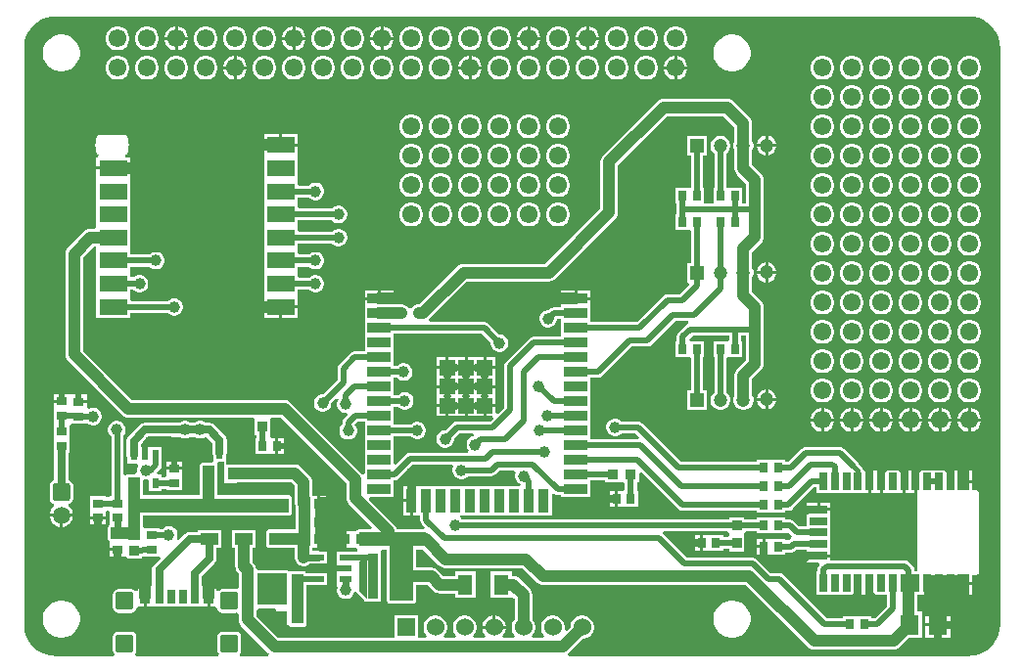
<source format=gtl>
G04*
G04 #@! TF.GenerationSoftware,Altium Limited,CircuitMaker,2.2.1 (2.2.1.6)*
G04*
G04 Layer_Physical_Order=1*
G04 Layer_Color=25308*
%FSLAX44Y44*%
%MOMM*%
G71*
G04*
G04 #@! TF.SameCoordinates,4DC394B6-E11D-4AB0-B304-EE3890279FAF*
G04*
G04*
G04 #@! TF.FilePolarity,Positive*
G04*
G01*
G75*
%ADD11C,0.2540*%
%ADD15R,0.8000X0.9000*%
%ADD16R,0.8128X0.8890*%
%ADD17R,0.7000X0.8500*%
%ADD18R,1.3000X1.8000*%
%ADD19R,0.8500X0.7000*%
%ADD20R,0.6000X0.9000*%
%ADD21R,1.5000X1.0000*%
%ADD22R,0.6000X1.1000*%
%ADD23R,1.1000X0.5499*%
%ADD24R,0.9000X3.9000*%
%ADD25R,1.6500X1.8000*%
%ADD26R,1.5000X0.7000*%
%ADD27R,0.7000X1.5000*%
%ADD28R,1.0000X1.5000*%
%ADD29R,0.8890X0.8128*%
%ADD30R,2.0000X0.9000*%
%ADD31R,0.9000X2.0000*%
%ADD32R,1.3300X1.3300*%
%ADD33R,2.4000X1.4000*%
%ADD34R,0.9000X0.8000*%
%ADD35R,0.8128X1.2700*%
%ADD36R,0.7620X1.2700*%
%ADD37R,0.7112X1.2700*%
%ADD71C,1.0000*%
%ADD72C,0.5000*%
%ADD73C,0.7000*%
%ADD74C,0.8000*%
%ADD75C,0.6000*%
%ADD76C,0.4000*%
%ADD77R,1.3000X1.0000*%
%ADD78R,3.9000X3.6000*%
%ADD79R,2.5250X1.0000*%
%ADD80R,5.8000X1.0000*%
%ADD81R,1.0000X4.0000*%
%ADD82R,3.4250X1.1250*%
%ADD83R,1.0750X5.4000*%
%ADD84R,13.8000X1.2750*%
%ADD85R,2.5000X2.8000*%
%ADD86R,1.0000X2.1000*%
%ADD87R,1.0000X4.3000*%
%ADD88R,2.2000X4.6000*%
%ADD89R,3.2000X0.5000*%
%ADD90R,2.0000X5.4000*%
%ADD91R,5.7750X1.2000*%
%ADD92R,1.0000X4.2000*%
%ADD93R,3.0000X0.8000*%
%ADD94C,1.5500*%
G04:AMPARAMS|DCode=95|XSize=1.524mm|YSize=1.524mm|CornerRadius=0.1905mm|HoleSize=0mm|Usage=FLASHONLY|Rotation=0.000|XOffset=0mm|YOffset=0mm|HoleType=Round|Shape=RoundedRectangle|*
%AMROUNDEDRECTD95*
21,1,1.5240,1.1430,0,0,0.0*
21,1,1.1430,1.5240,0,0,0.0*
1,1,0.3810,0.5715,-0.5715*
1,1,0.3810,-0.5715,-0.5715*
1,1,0.3810,-0.5715,0.5715*
1,1,0.3810,0.5715,0.5715*
%
%ADD95ROUNDEDRECTD95*%
%ADD96C,1.5240*%
%ADD97R,1.5240X1.5240*%
%ADD98R,1.2000X1.2000*%
%ADD99C,1.2000*%
%ADD100C,1.5000*%
G04:AMPARAMS|DCode=101|XSize=1.5mm|YSize=1.5mm|CornerRadius=0.1875mm|HoleSize=0mm|Usage=FLASHONLY|Rotation=90.000|XOffset=0mm|YOffset=0mm|HoleType=Round|Shape=RoundedRectangle|*
%AMROUNDEDRECTD101*
21,1,1.5000,1.1250,0,0,90.0*
21,1,1.1250,1.5000,0,0,90.0*
1,1,0.3750,0.5625,0.5625*
1,1,0.3750,0.5625,-0.5625*
1,1,0.3750,-0.5625,-0.5625*
1,1,0.3750,-0.5625,0.5625*
%
%ADD101ROUNDEDRECTD101*%
%ADD102C,1.0000*%
%ADD103C,0.6800*%
G36*
X824211Y556585D02*
X828317Y555599D01*
X832220Y553982D01*
X835821Y551776D01*
X839033Y549033D01*
X841776Y545821D01*
X843982Y542220D01*
X845599Y538317D01*
X846585Y534211D01*
X846763Y531943D01*
X846900Y530000D01*
X846900Y530000D01*
X846900Y528033D01*
Y30000D01*
X846912Y29944D01*
X846585Y25789D01*
X845599Y21683D01*
X843982Y17780D01*
X841776Y14179D01*
X839033Y10968D01*
X835821Y8224D01*
X832220Y6018D01*
X828317Y4401D01*
X824211Y3415D01*
X821943Y3237D01*
X820000Y3100D01*
X820000Y3100D01*
X818033Y3100D01*
X473775D01*
X473096Y5100D01*
X473778Y5622D01*
X485995Y17840D01*
X486738D01*
X489322Y18532D01*
X491638Y19870D01*
X493530Y21762D01*
X494868Y24078D01*
X495560Y26662D01*
Y29338D01*
X494868Y31922D01*
X493530Y34238D01*
X491638Y36130D01*
X489322Y37468D01*
X486738Y38160D01*
X484062D01*
X481478Y37468D01*
X479162Y36130D01*
X477270Y34238D01*
X475932Y31922D01*
X475240Y29338D01*
Y28595D01*
X471837Y25192D01*
X470043Y26227D01*
X470160Y26662D01*
Y29338D01*
X469468Y31922D01*
X468130Y34238D01*
X466238Y36130D01*
X463922Y37468D01*
X461338Y38160D01*
X458662D01*
X456078Y37468D01*
X453762Y36130D01*
X451870Y34238D01*
X450532Y31922D01*
X449840Y29338D01*
Y26662D01*
X450532Y24078D01*
X451870Y21762D01*
X453027Y20605D01*
X452198Y18605D01*
X442402D01*
X441573Y20605D01*
X442730Y21762D01*
X444068Y24078D01*
X444760Y26662D01*
Y29338D01*
X444068Y31922D01*
X442730Y34238D01*
X442205Y34763D01*
Y56400D01*
X441946Y58368D01*
X441186Y60202D01*
X439978Y61778D01*
X431378Y70378D01*
X429803Y71586D01*
X427968Y72346D01*
X426000Y72605D01*
X424540D01*
Y76540D01*
X406460D01*
Y53460D01*
X424540D01*
Y53460D01*
X425194Y53731D01*
X426995Y52372D01*
Y34763D01*
X426470Y34238D01*
X425132Y31922D01*
X424440Y29338D01*
Y26662D01*
X425132Y24078D01*
X426470Y21762D01*
X427626Y20605D01*
X426798Y18605D01*
X417002D01*
X416174Y20605D01*
X417330Y21762D01*
X418668Y24078D01*
X419360Y26662D01*
Y26730D01*
X399040D01*
Y26662D01*
X399732Y24078D01*
X401070Y21762D01*
X402226Y20605D01*
X401398Y18605D01*
X391602D01*
X390774Y20605D01*
X391930Y21762D01*
X393268Y24078D01*
X393960Y26662D01*
Y29338D01*
X393268Y31922D01*
X391930Y34238D01*
X390038Y36130D01*
X387722Y37468D01*
X385138Y38160D01*
X382462D01*
X379878Y37468D01*
X377562Y36130D01*
X375670Y34238D01*
X374332Y31922D01*
X373640Y29338D01*
Y26662D01*
X374332Y24078D01*
X375670Y21762D01*
X376827Y20605D01*
X375998Y18605D01*
X366202D01*
X365373Y20605D01*
X366530Y21762D01*
X367868Y24078D01*
X368560Y26662D01*
Y29338D01*
X367868Y31922D01*
X366530Y34238D01*
X364638Y36130D01*
X362322Y37468D01*
X359738Y38160D01*
X357062D01*
X354478Y37468D01*
X352162Y36130D01*
X350270Y34238D01*
X348932Y31922D01*
X348240Y29338D01*
Y26662D01*
X348932Y24078D01*
X350270Y21762D01*
X351427Y20605D01*
X350598Y18605D01*
X343160D01*
Y38160D01*
X322840D01*
Y18605D01*
X222737D01*
X203605Y37737D01*
Y42822D01*
X205250Y44410D01*
X218967D01*
X220710Y43790D01*
Y38270D01*
X226750D01*
Y37000D01*
X228020D01*
Y30210D01*
X231817D01*
X231857Y30009D01*
X232419Y29169D01*
X233259Y28607D01*
X234250Y28410D01*
X244250D01*
X245241Y28607D01*
X246081Y29169D01*
X246643Y30009D01*
X246840Y31000D01*
Y64362D01*
X248960D01*
Y64211D01*
X265040D01*
Y74790D01*
X248960D01*
Y74639D01*
X246713D01*
X246643Y74991D01*
X246081Y75831D01*
X245790Y76026D01*
Y76040D01*
X245769D01*
X245241Y76393D01*
X244250Y76590D01*
X234250D01*
X233259Y76393D01*
X232731Y76040D01*
X232610D01*
X232081Y76831D01*
X231241Y77393D01*
X230250Y77590D01*
X205250D01*
X203481Y79067D01*
X203458Y79117D01*
X203346Y79968D01*
X202586Y81803D01*
X201378Y83378D01*
X200605Y84150D01*
Y96960D01*
X203040D01*
Y112040D01*
X193494D01*
X193000Y112105D01*
X192506Y112040D01*
X182960D01*
Y96960D01*
X185395D01*
Y81000D01*
X185654Y79032D01*
X186414Y77197D01*
X187622Y75622D01*
X188395Y74850D01*
Y62326D01*
X186395Y60852D01*
X185915Y60947D01*
X174485D01*
X172751Y60602D01*
X171280Y59620D01*
X171036Y59254D01*
X169036Y59861D01*
Y63500D01*
X163702D01*
Y54610D01*
Y45720D01*
X168215D01*
X169378Y45228D01*
X170116Y44167D01*
X170298Y43251D01*
X171280Y41780D01*
X172751Y40798D01*
X174485Y40453D01*
X185915D01*
X186395Y40548D01*
X188395Y39074D01*
Y34587D01*
X188654Y32619D01*
X189414Y30784D01*
X190622Y29209D01*
X214209Y5622D01*
X214891Y5100D01*
X214212Y3100D01*
X189780D01*
X189190Y4791D01*
X189133Y5100D01*
X190082Y6521D01*
X190427Y8255D01*
Y19685D01*
X190082Y21419D01*
X189100Y22890D01*
X187629Y23872D01*
X185895Y24217D01*
X174465D01*
X172731Y23872D01*
X171260Y22890D01*
X170278Y21419D01*
X169933Y19685D01*
Y8255D01*
X170278Y6521D01*
X171227Y5100D01*
X171170Y4791D01*
X170580Y3100D01*
X99420D01*
X98830Y4791D01*
X98773Y5100D01*
X99722Y6521D01*
X100067Y8255D01*
Y19685D01*
X99722Y21419D01*
X98740Y22890D01*
X97269Y23872D01*
X95535Y24217D01*
X84105D01*
X82371Y23872D01*
X80900Y22890D01*
X79918Y21419D01*
X79573Y19685D01*
Y8255D01*
X79918Y6521D01*
X80868Y5100D01*
X80810Y4791D01*
X80220Y3100D01*
X32000D01*
X31967Y3100D01*
X30000Y3100D01*
X28057Y3237D01*
X25789Y3415D01*
X21683Y4401D01*
X17780Y6018D01*
X14179Y8224D01*
X10968Y10968D01*
X8224Y14179D01*
X6018Y17780D01*
X4401Y21683D01*
X3415Y25789D01*
X3237Y28057D01*
X3100Y30000D01*
X3100Y30000D01*
X3100Y31967D01*
Y530000D01*
X3088Y530056D01*
X3415Y534211D01*
X4401Y538317D01*
X6018Y542220D01*
X8224Y545821D01*
X10968Y549033D01*
X14179Y551776D01*
X17780Y553982D01*
X21683Y555599D01*
X25789Y556585D01*
X28057Y556763D01*
X30000Y556900D01*
Y556900D01*
X31967Y556900D01*
X820000D01*
X820056Y556912D01*
X824211Y556585D01*
D02*
G37*
%LPC*%
G36*
X491455Y547990D02*
X491370D01*
Y538970D01*
X500390D01*
Y539055D01*
X499689Y541672D01*
X498334Y544018D01*
X496418Y545934D01*
X494072Y547289D01*
X491455Y547990D01*
D02*
G37*
G36*
X488830D02*
X488745D01*
X486128Y547289D01*
X483782Y545934D01*
X481866Y544018D01*
X480511Y541672D01*
X479810Y539055D01*
Y538970D01*
X488830D01*
Y547990D01*
D02*
G37*
G36*
X440655D02*
X440570D01*
Y538970D01*
X449590D01*
Y539055D01*
X448889Y541672D01*
X447534Y544018D01*
X445618Y545934D01*
X443272Y547289D01*
X440655Y547990D01*
D02*
G37*
G36*
X438030D02*
X437945D01*
X435328Y547289D01*
X432982Y545934D01*
X431066Y544018D01*
X429711Y541672D01*
X429010Y539055D01*
Y538970D01*
X438030D01*
Y547990D01*
D02*
G37*
G36*
X313655D02*
X313570D01*
Y538970D01*
X322590D01*
Y539055D01*
X321889Y541672D01*
X320534Y544018D01*
X318618Y545934D01*
X316272Y547289D01*
X313655Y547990D01*
D02*
G37*
G36*
X311030D02*
X310945D01*
X308328Y547289D01*
X305982Y545934D01*
X304066Y544018D01*
X302711Y541672D01*
X302010Y539055D01*
Y538970D01*
X311030D01*
Y547990D01*
D02*
G37*
G36*
X237455D02*
X237370D01*
Y538970D01*
X246390D01*
Y539055D01*
X245689Y541672D01*
X244334Y544018D01*
X242418Y545934D01*
X240072Y547289D01*
X237455Y547990D01*
D02*
G37*
G36*
X234830D02*
X234745D01*
X232128Y547289D01*
X229782Y545934D01*
X227866Y544018D01*
X226511Y541672D01*
X225810Y539055D01*
Y538970D01*
X234830D01*
Y547990D01*
D02*
G37*
G36*
X135855D02*
X135770D01*
Y538970D01*
X144790D01*
Y539055D01*
X144089Y541672D01*
X142734Y544018D01*
X140818Y545934D01*
X138472Y547289D01*
X135855Y547990D01*
D02*
G37*
G36*
X133230D02*
X133145D01*
X130528Y547289D01*
X128182Y545934D01*
X126266Y544018D01*
X124911Y541672D01*
X124210Y539055D01*
Y538970D01*
X133230D01*
Y547990D01*
D02*
G37*
G36*
X567655D02*
X564945D01*
X562328Y547289D01*
X559982Y545934D01*
X558066Y544018D01*
X556711Y541672D01*
X556010Y539055D01*
Y536345D01*
X556711Y533728D01*
X558066Y531382D01*
X559982Y529466D01*
X562328Y528111D01*
X564945Y527410D01*
X567655D01*
X570272Y528111D01*
X572618Y529466D01*
X574534Y531382D01*
X575889Y533728D01*
X576590Y536345D01*
Y539055D01*
X575889Y541672D01*
X574534Y544018D01*
X572618Y545934D01*
X570272Y547289D01*
X567655Y547990D01*
D02*
G37*
G36*
X542255D02*
X539545D01*
X536928Y547289D01*
X534582Y545934D01*
X532666Y544018D01*
X531311Y541672D01*
X530610Y539055D01*
Y536345D01*
X531311Y533728D01*
X532666Y531382D01*
X534582Y529466D01*
X536928Y528111D01*
X539545Y527410D01*
X542255D01*
X544872Y528111D01*
X547218Y529466D01*
X549134Y531382D01*
X550489Y533728D01*
X551190Y536345D01*
Y539055D01*
X550489Y541672D01*
X549134Y544018D01*
X547218Y545934D01*
X544872Y547289D01*
X542255Y547990D01*
D02*
G37*
G36*
X516855D02*
X514145D01*
X511528Y547289D01*
X509182Y545934D01*
X507266Y544018D01*
X505911Y541672D01*
X505210Y539055D01*
Y536345D01*
X505911Y533728D01*
X507266Y531382D01*
X509182Y529466D01*
X511528Y528111D01*
X514145Y527410D01*
X516855D01*
X519472Y528111D01*
X521818Y529466D01*
X523734Y531382D01*
X525089Y533728D01*
X525790Y536345D01*
Y539055D01*
X525089Y541672D01*
X523734Y544018D01*
X521818Y545934D01*
X519472Y547289D01*
X516855Y547990D01*
D02*
G37*
G36*
X500390Y536430D02*
X491370D01*
Y527410D01*
X491455D01*
X494072Y528111D01*
X496418Y529466D01*
X498334Y531382D01*
X499689Y533728D01*
X500390Y536345D01*
Y536430D01*
D02*
G37*
G36*
X488830D02*
X479810D01*
Y536345D01*
X480511Y533728D01*
X481866Y531382D01*
X483782Y529466D01*
X486128Y528111D01*
X488745Y527410D01*
X488830D01*
Y536430D01*
D02*
G37*
G36*
X466055Y547990D02*
X463345D01*
X460728Y547289D01*
X458382Y545934D01*
X456466Y544018D01*
X455111Y541672D01*
X454410Y539055D01*
Y536345D01*
X455111Y533728D01*
X456466Y531382D01*
X458382Y529466D01*
X460728Y528111D01*
X463345Y527410D01*
X466055D01*
X468672Y528111D01*
X471018Y529466D01*
X472934Y531382D01*
X474289Y533728D01*
X474990Y536345D01*
Y539055D01*
X474289Y541672D01*
X472934Y544018D01*
X471018Y545934D01*
X468672Y547289D01*
X466055Y547990D01*
D02*
G37*
G36*
X449590Y536430D02*
X440570D01*
Y527410D01*
X440655D01*
X443272Y528111D01*
X445618Y529466D01*
X447534Y531382D01*
X448889Y533728D01*
X449590Y536345D01*
Y536430D01*
D02*
G37*
G36*
X438030D02*
X429010D01*
Y536345D01*
X429711Y533728D01*
X431066Y531382D01*
X432982Y529466D01*
X435328Y528111D01*
X437945Y527410D01*
X438030D01*
Y536430D01*
D02*
G37*
G36*
X415255Y547990D02*
X412545D01*
X409928Y547289D01*
X407582Y545934D01*
X405666Y544018D01*
X404311Y541672D01*
X403610Y539055D01*
Y536345D01*
X404311Y533728D01*
X405666Y531382D01*
X407582Y529466D01*
X409928Y528111D01*
X412545Y527410D01*
X415255D01*
X417872Y528111D01*
X420218Y529466D01*
X422134Y531382D01*
X423489Y533728D01*
X424190Y536345D01*
Y539055D01*
X423489Y541672D01*
X422134Y544018D01*
X420218Y545934D01*
X417872Y547289D01*
X415255Y547990D01*
D02*
G37*
G36*
X389855D02*
X387145D01*
X384528Y547289D01*
X382182Y545934D01*
X380266Y544018D01*
X378911Y541672D01*
X378210Y539055D01*
Y536345D01*
X378911Y533728D01*
X380266Y531382D01*
X382182Y529466D01*
X384528Y528111D01*
X387145Y527410D01*
X389855D01*
X392472Y528111D01*
X394818Y529466D01*
X396734Y531382D01*
X398089Y533728D01*
X398790Y536345D01*
Y539055D01*
X398089Y541672D01*
X396734Y544018D01*
X394818Y545934D01*
X392472Y547289D01*
X389855Y547990D01*
D02*
G37*
G36*
X364455D02*
X361745D01*
X359128Y547289D01*
X356782Y545934D01*
X354866Y544018D01*
X353511Y541672D01*
X352810Y539055D01*
Y536345D01*
X353511Y533728D01*
X354866Y531382D01*
X356782Y529466D01*
X359128Y528111D01*
X361745Y527410D01*
X364455D01*
X367072Y528111D01*
X369418Y529466D01*
X371334Y531382D01*
X372689Y533728D01*
X373390Y536345D01*
Y539055D01*
X372689Y541672D01*
X371334Y544018D01*
X369418Y545934D01*
X367072Y547289D01*
X364455Y547990D01*
D02*
G37*
G36*
X339055D02*
X336345D01*
X333728Y547289D01*
X331382Y545934D01*
X329466Y544018D01*
X328111Y541672D01*
X327410Y539055D01*
Y536345D01*
X328111Y533728D01*
X329466Y531382D01*
X331382Y529466D01*
X333728Y528111D01*
X336345Y527410D01*
X339055D01*
X341672Y528111D01*
X344018Y529466D01*
X345934Y531382D01*
X347289Y533728D01*
X347990Y536345D01*
Y539055D01*
X347289Y541672D01*
X345934Y544018D01*
X344018Y545934D01*
X341672Y547289D01*
X339055Y547990D01*
D02*
G37*
G36*
X322590Y536430D02*
X313570D01*
Y527410D01*
X313655D01*
X316272Y528111D01*
X318618Y529466D01*
X320534Y531382D01*
X321889Y533728D01*
X322590Y536345D01*
Y536430D01*
D02*
G37*
G36*
X311030D02*
X302010D01*
Y536345D01*
X302711Y533728D01*
X304066Y531382D01*
X305982Y529466D01*
X308328Y528111D01*
X310945Y527410D01*
X311030D01*
Y536430D01*
D02*
G37*
G36*
X288255Y547990D02*
X285545D01*
X282928Y547289D01*
X280582Y545934D01*
X278666Y544018D01*
X277311Y541672D01*
X276610Y539055D01*
Y536345D01*
X277311Y533728D01*
X278666Y531382D01*
X280582Y529466D01*
X282928Y528111D01*
X285545Y527410D01*
X288255D01*
X290872Y528111D01*
X293218Y529466D01*
X295134Y531382D01*
X296489Y533728D01*
X297190Y536345D01*
Y539055D01*
X296489Y541672D01*
X295134Y544018D01*
X293218Y545934D01*
X290872Y547289D01*
X288255Y547990D01*
D02*
G37*
G36*
X262855D02*
X260145D01*
X257528Y547289D01*
X255182Y545934D01*
X253266Y544018D01*
X251911Y541672D01*
X251210Y539055D01*
Y536345D01*
X251911Y533728D01*
X253266Y531382D01*
X255182Y529466D01*
X257528Y528111D01*
X260145Y527410D01*
X262855D01*
X265472Y528111D01*
X267818Y529466D01*
X269734Y531382D01*
X271089Y533728D01*
X271790Y536345D01*
Y539055D01*
X271089Y541672D01*
X269734Y544018D01*
X267818Y545934D01*
X265472Y547289D01*
X262855Y547990D01*
D02*
G37*
G36*
X246390Y536430D02*
X237370D01*
Y527410D01*
X237455D01*
X240072Y528111D01*
X242418Y529466D01*
X244334Y531382D01*
X245689Y533728D01*
X246390Y536345D01*
Y536430D01*
D02*
G37*
G36*
X234830D02*
X225810D01*
Y536345D01*
X226511Y533728D01*
X227866Y531382D01*
X229782Y529466D01*
X232128Y528111D01*
X234745Y527410D01*
X234830D01*
Y536430D01*
D02*
G37*
G36*
X212055Y547990D02*
X209345D01*
X206728Y547289D01*
X204382Y545934D01*
X202466Y544018D01*
X201111Y541672D01*
X200410Y539055D01*
Y536345D01*
X201111Y533728D01*
X202466Y531382D01*
X204382Y529466D01*
X206728Y528111D01*
X209345Y527410D01*
X212055D01*
X214672Y528111D01*
X217018Y529466D01*
X218934Y531382D01*
X220289Y533728D01*
X220990Y536345D01*
Y539055D01*
X220289Y541672D01*
X218934Y544018D01*
X217018Y545934D01*
X214672Y547289D01*
X212055Y547990D01*
D02*
G37*
G36*
X186655D02*
X183945D01*
X181328Y547289D01*
X178982Y545934D01*
X177066Y544018D01*
X175711Y541672D01*
X175010Y539055D01*
Y536345D01*
X175711Y533728D01*
X177066Y531382D01*
X178982Y529466D01*
X181328Y528111D01*
X183945Y527410D01*
X186655D01*
X189272Y528111D01*
X191618Y529466D01*
X193534Y531382D01*
X194889Y533728D01*
X195590Y536345D01*
Y539055D01*
X194889Y541672D01*
X193534Y544018D01*
X191618Y545934D01*
X189272Y547289D01*
X186655Y547990D01*
D02*
G37*
G36*
X161255D02*
X158545D01*
X155928Y547289D01*
X153582Y545934D01*
X151666Y544018D01*
X150311Y541672D01*
X149610Y539055D01*
Y536345D01*
X150311Y533728D01*
X151666Y531382D01*
X153582Y529466D01*
X155928Y528111D01*
X158545Y527410D01*
X161255D01*
X163872Y528111D01*
X166218Y529466D01*
X168134Y531382D01*
X169489Y533728D01*
X170190Y536345D01*
Y539055D01*
X169489Y541672D01*
X168134Y544018D01*
X166218Y545934D01*
X163872Y547289D01*
X161255Y547990D01*
D02*
G37*
G36*
X144790Y536430D02*
X135770D01*
Y527410D01*
X135855D01*
X138472Y528111D01*
X140818Y529466D01*
X142734Y531382D01*
X144089Y533728D01*
X144790Y536345D01*
Y536430D01*
D02*
G37*
G36*
X133230D02*
X124210D01*
Y536345D01*
X124911Y533728D01*
X126266Y531382D01*
X128182Y529466D01*
X130528Y528111D01*
X133145Y527410D01*
X133230D01*
Y536430D01*
D02*
G37*
G36*
X110455Y547990D02*
X107745D01*
X105128Y547289D01*
X102782Y545934D01*
X100866Y544018D01*
X99511Y541672D01*
X98810Y539055D01*
Y536345D01*
X99511Y533728D01*
X100866Y531382D01*
X102782Y529466D01*
X105128Y528111D01*
X107745Y527410D01*
X110455D01*
X113072Y528111D01*
X115418Y529466D01*
X117334Y531382D01*
X118689Y533728D01*
X119390Y536345D01*
Y539055D01*
X118689Y541672D01*
X117334Y544018D01*
X115418Y545934D01*
X113072Y547289D01*
X110455Y547990D01*
D02*
G37*
G36*
X85055D02*
X82345D01*
X79728Y547289D01*
X77382Y545934D01*
X75466Y544018D01*
X74111Y541672D01*
X73410Y539055D01*
Y536345D01*
X74111Y533728D01*
X75466Y531382D01*
X77382Y529466D01*
X79728Y528111D01*
X82345Y527410D01*
X85055D01*
X87672Y528111D01*
X90018Y529466D01*
X91934Y531382D01*
X93289Y533728D01*
X93990Y536345D01*
Y539055D01*
X93289Y541672D01*
X91934Y544018D01*
X90018Y545934D01*
X87672Y547289D01*
X85055Y547990D01*
D02*
G37*
G36*
X567655Y522590D02*
X567570D01*
Y513570D01*
X576590D01*
Y513655D01*
X575889Y516272D01*
X574534Y518618D01*
X572618Y520534D01*
X570272Y521889D01*
X567655Y522590D01*
D02*
G37*
G36*
X565030D02*
X564945D01*
X562328Y521889D01*
X559982Y520534D01*
X558066Y518618D01*
X556711Y516272D01*
X556010Y513655D01*
Y513570D01*
X565030D01*
Y522590D01*
D02*
G37*
G36*
X389855D02*
X389770D01*
Y513570D01*
X398790D01*
Y513655D01*
X398089Y516272D01*
X396734Y518618D01*
X394818Y520534D01*
X392472Y521889D01*
X389855Y522590D01*
D02*
G37*
G36*
X387230D02*
X387145D01*
X384528Y521889D01*
X382182Y520534D01*
X380266Y518618D01*
X378911Y516272D01*
X378210Y513655D01*
Y513570D01*
X387230D01*
Y522590D01*
D02*
G37*
G36*
X186655D02*
X186570D01*
Y513570D01*
X195590D01*
Y513655D01*
X194889Y516272D01*
X193534Y518618D01*
X191618Y520534D01*
X189272Y521889D01*
X186655Y522590D01*
D02*
G37*
G36*
X184030D02*
X183945D01*
X181328Y521889D01*
X178982Y520534D01*
X177066Y518618D01*
X175711Y516272D01*
X175010Y513655D01*
Y513570D01*
X184030D01*
Y522590D01*
D02*
G37*
G36*
X616580Y541040D02*
X613420D01*
X610321Y540424D01*
X607402Y539215D01*
X604775Y537459D01*
X602541Y535225D01*
X600785Y532598D01*
X599576Y529679D01*
X598960Y526580D01*
Y523420D01*
X599576Y520321D01*
X600785Y517402D01*
X602541Y514775D01*
X604775Y512541D01*
X607402Y510785D01*
X610321Y509576D01*
X613420Y508960D01*
X616580D01*
X619679Y509576D01*
X622598Y510785D01*
X625225Y512541D01*
X627459Y514775D01*
X629215Y517402D01*
X630424Y520321D01*
X631040Y523420D01*
Y526580D01*
X630424Y529679D01*
X629215Y532598D01*
X627459Y535225D01*
X625225Y537459D01*
X622598Y539215D01*
X619679Y540424D01*
X616580Y541040D01*
D02*
G37*
G36*
X36580D02*
X33420D01*
X30321Y540424D01*
X27402Y539215D01*
X24775Y537459D01*
X22541Y535225D01*
X20786Y532598D01*
X19576Y529679D01*
X18960Y526580D01*
Y523420D01*
X19576Y520321D01*
X20786Y517402D01*
X22541Y514775D01*
X24775Y512541D01*
X27402Y510785D01*
X30321Y509576D01*
X33420Y508960D01*
X36580D01*
X39679Y509576D01*
X42598Y510785D01*
X45225Y512541D01*
X47459Y514775D01*
X49215Y517402D01*
X50424Y520321D01*
X51040Y523420D01*
Y526580D01*
X50424Y529679D01*
X49215Y532598D01*
X47459Y535225D01*
X45225Y537459D01*
X42598Y539215D01*
X39679Y540424D01*
X36580Y541040D01*
D02*
G37*
G36*
X821655Y522590D02*
X818945D01*
X816328Y521889D01*
X813982Y520534D01*
X812066Y518618D01*
X810711Y516272D01*
X810010Y513655D01*
Y510945D01*
X810711Y508328D01*
X812066Y505982D01*
X813982Y504066D01*
X816328Y502711D01*
X818945Y502010D01*
X821655D01*
X824272Y502711D01*
X826618Y504066D01*
X828534Y505982D01*
X829889Y508328D01*
X830590Y510945D01*
Y513655D01*
X829889Y516272D01*
X828534Y518618D01*
X826618Y520534D01*
X824272Y521889D01*
X821655Y522590D01*
D02*
G37*
G36*
X796255D02*
X793545D01*
X790928Y521889D01*
X788582Y520534D01*
X786666Y518618D01*
X785311Y516272D01*
X784610Y513655D01*
Y510945D01*
X785311Y508328D01*
X786666Y505982D01*
X788582Y504066D01*
X790928Y502711D01*
X793545Y502010D01*
X796255D01*
X798872Y502711D01*
X801218Y504066D01*
X803134Y505982D01*
X804489Y508328D01*
X805190Y510945D01*
Y513655D01*
X804489Y516272D01*
X803134Y518618D01*
X801218Y520534D01*
X798872Y521889D01*
X796255Y522590D01*
D02*
G37*
G36*
X770855D02*
X768145D01*
X765528Y521889D01*
X763182Y520534D01*
X761266Y518618D01*
X759911Y516272D01*
X759210Y513655D01*
Y510945D01*
X759911Y508328D01*
X761266Y505982D01*
X763182Y504066D01*
X765528Y502711D01*
X768145Y502010D01*
X770855D01*
X773472Y502711D01*
X775818Y504066D01*
X777734Y505982D01*
X779089Y508328D01*
X779790Y510945D01*
Y513655D01*
X779089Y516272D01*
X777734Y518618D01*
X775818Y520534D01*
X773472Y521889D01*
X770855Y522590D01*
D02*
G37*
G36*
X745455D02*
X742745D01*
X740128Y521889D01*
X737782Y520534D01*
X735866Y518618D01*
X734511Y516272D01*
X733810Y513655D01*
Y510945D01*
X734511Y508328D01*
X735866Y505982D01*
X737782Y504066D01*
X740128Y502711D01*
X742745Y502010D01*
X745455D01*
X748072Y502711D01*
X750418Y504066D01*
X752334Y505982D01*
X753689Y508328D01*
X754390Y510945D01*
Y513655D01*
X753689Y516272D01*
X752334Y518618D01*
X750418Y520534D01*
X748072Y521889D01*
X745455Y522590D01*
D02*
G37*
G36*
X720055D02*
X717345D01*
X714728Y521889D01*
X712382Y520534D01*
X710466Y518618D01*
X709111Y516272D01*
X708410Y513655D01*
Y510945D01*
X709111Y508328D01*
X710466Y505982D01*
X712382Y504066D01*
X714728Y502711D01*
X717345Y502010D01*
X720055D01*
X722672Y502711D01*
X725018Y504066D01*
X726934Y505982D01*
X728289Y508328D01*
X728990Y510945D01*
Y513655D01*
X728289Y516272D01*
X726934Y518618D01*
X725018Y520534D01*
X722672Y521889D01*
X720055Y522590D01*
D02*
G37*
G36*
X694655D02*
X691945D01*
X689328Y521889D01*
X686982Y520534D01*
X685066Y518618D01*
X683711Y516272D01*
X683010Y513655D01*
Y510945D01*
X683711Y508328D01*
X685066Y505982D01*
X686982Y504066D01*
X689328Y502711D01*
X691945Y502010D01*
X694655D01*
X697272Y502711D01*
X699618Y504066D01*
X701534Y505982D01*
X702889Y508328D01*
X703590Y510945D01*
Y513655D01*
X702889Y516272D01*
X701534Y518618D01*
X699618Y520534D01*
X697272Y521889D01*
X694655Y522590D01*
D02*
G37*
G36*
X576590Y511030D02*
X567570D01*
Y502010D01*
X567655D01*
X570272Y502711D01*
X572618Y504066D01*
X574534Y505982D01*
X575889Y508328D01*
X576590Y510945D01*
Y511030D01*
D02*
G37*
G36*
X565030D02*
X556010D01*
Y510945D01*
X556711Y508328D01*
X558066Y505982D01*
X559982Y504066D01*
X562328Y502711D01*
X564945Y502010D01*
X565030D01*
Y511030D01*
D02*
G37*
G36*
X542255Y522590D02*
X539545D01*
X536928Y521889D01*
X534582Y520534D01*
X532666Y518618D01*
X531311Y516272D01*
X530610Y513655D01*
Y510945D01*
X531311Y508328D01*
X532666Y505982D01*
X534582Y504066D01*
X536928Y502711D01*
X539545Y502010D01*
X542255D01*
X544872Y502711D01*
X547218Y504066D01*
X549134Y505982D01*
X550489Y508328D01*
X551190Y510945D01*
Y513655D01*
X550489Y516272D01*
X549134Y518618D01*
X547218Y520534D01*
X544872Y521889D01*
X542255Y522590D01*
D02*
G37*
G36*
X516855D02*
X514145D01*
X511528Y521889D01*
X509182Y520534D01*
X507266Y518618D01*
X505911Y516272D01*
X505210Y513655D01*
Y510945D01*
X505911Y508328D01*
X507266Y505982D01*
X509182Y504066D01*
X511528Y502711D01*
X514145Y502010D01*
X516855D01*
X519472Y502711D01*
X521818Y504066D01*
X523734Y505982D01*
X525089Y508328D01*
X525790Y510945D01*
Y513655D01*
X525089Y516272D01*
X523734Y518618D01*
X521818Y520534D01*
X519472Y521889D01*
X516855Y522590D01*
D02*
G37*
G36*
X491455D02*
X488745D01*
X486128Y521889D01*
X483782Y520534D01*
X481866Y518618D01*
X480511Y516272D01*
X479810Y513655D01*
Y510945D01*
X480511Y508328D01*
X481866Y505982D01*
X483782Y504066D01*
X486128Y502711D01*
X488745Y502010D01*
X491455D01*
X494072Y502711D01*
X496418Y504066D01*
X498334Y505982D01*
X499689Y508328D01*
X500390Y510945D01*
Y513655D01*
X499689Y516272D01*
X498334Y518618D01*
X496418Y520534D01*
X494072Y521889D01*
X491455Y522590D01*
D02*
G37*
G36*
X466055D02*
X463345D01*
X460728Y521889D01*
X458382Y520534D01*
X456466Y518618D01*
X455111Y516272D01*
X454410Y513655D01*
Y510945D01*
X455111Y508328D01*
X456466Y505982D01*
X458382Y504066D01*
X460728Y502711D01*
X463345Y502010D01*
X466055D01*
X468672Y502711D01*
X471018Y504066D01*
X472934Y505982D01*
X474289Y508328D01*
X474990Y510945D01*
Y513655D01*
X474289Y516272D01*
X472934Y518618D01*
X471018Y520534D01*
X468672Y521889D01*
X466055Y522590D01*
D02*
G37*
G36*
X440655D02*
X437945D01*
X435328Y521889D01*
X432982Y520534D01*
X431066Y518618D01*
X429711Y516272D01*
X429010Y513655D01*
Y510945D01*
X429711Y508328D01*
X431066Y505982D01*
X432982Y504066D01*
X435328Y502711D01*
X437945Y502010D01*
X440655D01*
X443272Y502711D01*
X445618Y504066D01*
X447534Y505982D01*
X448889Y508328D01*
X449590Y510945D01*
Y513655D01*
X448889Y516272D01*
X447534Y518618D01*
X445618Y520534D01*
X443272Y521889D01*
X440655Y522590D01*
D02*
G37*
G36*
X415255D02*
X412545D01*
X409928Y521889D01*
X407582Y520534D01*
X405666Y518618D01*
X404311Y516272D01*
X403610Y513655D01*
Y510945D01*
X404311Y508328D01*
X405666Y505982D01*
X407582Y504066D01*
X409928Y502711D01*
X412545Y502010D01*
X415255D01*
X417872Y502711D01*
X420218Y504066D01*
X422134Y505982D01*
X423489Y508328D01*
X424190Y510945D01*
Y513655D01*
X423489Y516272D01*
X422134Y518618D01*
X420218Y520534D01*
X417872Y521889D01*
X415255Y522590D01*
D02*
G37*
G36*
X398790Y511030D02*
X389770D01*
Y502010D01*
X389855D01*
X392472Y502711D01*
X394818Y504066D01*
X396734Y505982D01*
X398089Y508328D01*
X398790Y510945D01*
Y511030D01*
D02*
G37*
G36*
X387230D02*
X378210D01*
Y510945D01*
X378911Y508328D01*
X380266Y505982D01*
X382182Y504066D01*
X384528Y502711D01*
X387145Y502010D01*
X387230D01*
Y511030D01*
D02*
G37*
G36*
X364455Y522590D02*
X361745D01*
X359128Y521889D01*
X356782Y520534D01*
X354866Y518618D01*
X353511Y516272D01*
X352810Y513655D01*
Y510945D01*
X353511Y508328D01*
X354866Y505982D01*
X356782Y504066D01*
X359128Y502711D01*
X361745Y502010D01*
X364455D01*
X367072Y502711D01*
X369418Y504066D01*
X371334Y505982D01*
X372689Y508328D01*
X373390Y510945D01*
Y513655D01*
X372689Y516272D01*
X371334Y518618D01*
X369418Y520534D01*
X367072Y521889D01*
X364455Y522590D01*
D02*
G37*
G36*
X339055D02*
X336345D01*
X333728Y521889D01*
X331382Y520534D01*
X329466Y518618D01*
X328111Y516272D01*
X327410Y513655D01*
Y510945D01*
X328111Y508328D01*
X329466Y505982D01*
X331382Y504066D01*
X333728Y502711D01*
X336345Y502010D01*
X339055D01*
X341672Y502711D01*
X344018Y504066D01*
X345934Y505982D01*
X347289Y508328D01*
X347990Y510945D01*
Y513655D01*
X347289Y516272D01*
X345934Y518618D01*
X344018Y520534D01*
X341672Y521889D01*
X339055Y522590D01*
D02*
G37*
G36*
X313655D02*
X310945D01*
X308328Y521889D01*
X305982Y520534D01*
X304066Y518618D01*
X302711Y516272D01*
X302010Y513655D01*
Y510945D01*
X302711Y508328D01*
X304066Y505982D01*
X305982Y504066D01*
X308328Y502711D01*
X310945Y502010D01*
X313655D01*
X316272Y502711D01*
X318618Y504066D01*
X320534Y505982D01*
X321889Y508328D01*
X322590Y510945D01*
Y513655D01*
X321889Y516272D01*
X320534Y518618D01*
X318618Y520534D01*
X316272Y521889D01*
X313655Y522590D01*
D02*
G37*
G36*
X288255D02*
X285545D01*
X282928Y521889D01*
X280582Y520534D01*
X278666Y518618D01*
X277311Y516272D01*
X276610Y513655D01*
Y510945D01*
X277311Y508328D01*
X278666Y505982D01*
X280582Y504066D01*
X282928Y502711D01*
X285545Y502010D01*
X288255D01*
X290872Y502711D01*
X293218Y504066D01*
X295134Y505982D01*
X296489Y508328D01*
X297190Y510945D01*
Y513655D01*
X296489Y516272D01*
X295134Y518618D01*
X293218Y520534D01*
X290872Y521889D01*
X288255Y522590D01*
D02*
G37*
G36*
X262855D02*
X260145D01*
X257528Y521889D01*
X255182Y520534D01*
X253266Y518618D01*
X251911Y516272D01*
X251210Y513655D01*
Y510945D01*
X251911Y508328D01*
X253266Y505982D01*
X255182Y504066D01*
X257528Y502711D01*
X260145Y502010D01*
X262855D01*
X265472Y502711D01*
X267818Y504066D01*
X269734Y505982D01*
X271089Y508328D01*
X271790Y510945D01*
Y513655D01*
X271089Y516272D01*
X269734Y518618D01*
X267818Y520534D01*
X265472Y521889D01*
X262855Y522590D01*
D02*
G37*
G36*
X237455D02*
X234745D01*
X232128Y521889D01*
X229782Y520534D01*
X227866Y518618D01*
X226511Y516272D01*
X225810Y513655D01*
Y510945D01*
X226511Y508328D01*
X227866Y505982D01*
X229782Y504066D01*
X232128Y502711D01*
X234745Y502010D01*
X237455D01*
X240072Y502711D01*
X242418Y504066D01*
X244334Y505982D01*
X245689Y508328D01*
X246390Y510945D01*
Y513655D01*
X245689Y516272D01*
X244334Y518618D01*
X242418Y520534D01*
X240072Y521889D01*
X237455Y522590D01*
D02*
G37*
G36*
X212055D02*
X209345D01*
X206728Y521889D01*
X204382Y520534D01*
X202466Y518618D01*
X201111Y516272D01*
X200410Y513655D01*
Y510945D01*
X201111Y508328D01*
X202466Y505982D01*
X204382Y504066D01*
X206728Y502711D01*
X209345Y502010D01*
X212055D01*
X214672Y502711D01*
X217018Y504066D01*
X218934Y505982D01*
X220289Y508328D01*
X220990Y510945D01*
Y513655D01*
X220289Y516272D01*
X218934Y518618D01*
X217018Y520534D01*
X214672Y521889D01*
X212055Y522590D01*
D02*
G37*
G36*
X195590Y511030D02*
X186570D01*
Y502010D01*
X186655D01*
X189272Y502711D01*
X191618Y504066D01*
X193534Y505982D01*
X194889Y508328D01*
X195590Y510945D01*
Y511030D01*
D02*
G37*
G36*
X184030D02*
X175010D01*
Y510945D01*
X175711Y508328D01*
X177066Y505982D01*
X178982Y504066D01*
X181328Y502711D01*
X183945Y502010D01*
X184030D01*
Y511030D01*
D02*
G37*
G36*
X161255Y522590D02*
X158545D01*
X155928Y521889D01*
X153582Y520534D01*
X151666Y518618D01*
X150311Y516272D01*
X149610Y513655D01*
Y510945D01*
X150311Y508328D01*
X151666Y505982D01*
X153582Y504066D01*
X155928Y502711D01*
X158545Y502010D01*
X161255D01*
X163872Y502711D01*
X166218Y504066D01*
X168134Y505982D01*
X169489Y508328D01*
X170190Y510945D01*
Y513655D01*
X169489Y516272D01*
X168134Y518618D01*
X166218Y520534D01*
X163872Y521889D01*
X161255Y522590D01*
D02*
G37*
G36*
X135855D02*
X133145D01*
X130528Y521889D01*
X128182Y520534D01*
X126266Y518618D01*
X124911Y516272D01*
X124210Y513655D01*
Y510945D01*
X124911Y508328D01*
X126266Y505982D01*
X128182Y504066D01*
X130528Y502711D01*
X133145Y502010D01*
X135855D01*
X138472Y502711D01*
X140818Y504066D01*
X142734Y505982D01*
X144089Y508328D01*
X144790Y510945D01*
Y513655D01*
X144089Y516272D01*
X142734Y518618D01*
X140818Y520534D01*
X138472Y521889D01*
X135855Y522590D01*
D02*
G37*
G36*
X110455D02*
X107745D01*
X105128Y521889D01*
X102782Y520534D01*
X100866Y518618D01*
X99511Y516272D01*
X98810Y513655D01*
Y510945D01*
X99511Y508328D01*
X100866Y505982D01*
X102782Y504066D01*
X105128Y502711D01*
X107745Y502010D01*
X110455D01*
X113072Y502711D01*
X115418Y504066D01*
X117334Y505982D01*
X118689Y508328D01*
X119390Y510945D01*
Y513655D01*
X118689Y516272D01*
X117334Y518618D01*
X115418Y520534D01*
X113072Y521889D01*
X110455Y522590D01*
D02*
G37*
G36*
X85055D02*
X82345D01*
X79728Y521889D01*
X77382Y520534D01*
X75466Y518618D01*
X74111Y516272D01*
X73410Y513655D01*
Y510945D01*
X74111Y508328D01*
X75466Y505982D01*
X77382Y504066D01*
X79728Y502711D01*
X82345Y502010D01*
X85055D01*
X87672Y502711D01*
X90018Y504066D01*
X91934Y505982D01*
X93289Y508328D01*
X93990Y510945D01*
Y513655D01*
X93289Y516272D01*
X91934Y518618D01*
X90018Y520534D01*
X87672Y521889D01*
X85055Y522590D01*
D02*
G37*
G36*
X821655Y497190D02*
X818945D01*
X816328Y496489D01*
X813982Y495134D01*
X812066Y493218D01*
X810711Y490872D01*
X810010Y488255D01*
Y485545D01*
X810711Y482928D01*
X812066Y480582D01*
X813982Y478666D01*
X816328Y477311D01*
X818945Y476610D01*
X821655D01*
X824272Y477311D01*
X826618Y478666D01*
X828534Y480582D01*
X829889Y482928D01*
X830590Y485545D01*
Y488255D01*
X829889Y490872D01*
X828534Y493218D01*
X826618Y495134D01*
X824272Y496489D01*
X821655Y497190D01*
D02*
G37*
G36*
X796255D02*
X793545D01*
X790928Y496489D01*
X788582Y495134D01*
X786666Y493218D01*
X785311Y490872D01*
X784610Y488255D01*
Y485545D01*
X785311Y482928D01*
X786666Y480582D01*
X788582Y478666D01*
X790928Y477311D01*
X793545Y476610D01*
X796255D01*
X798872Y477311D01*
X801218Y478666D01*
X803134Y480582D01*
X804489Y482928D01*
X805190Y485545D01*
Y488255D01*
X804489Y490872D01*
X803134Y493218D01*
X801218Y495134D01*
X798872Y496489D01*
X796255Y497190D01*
D02*
G37*
G36*
X770855D02*
X768145D01*
X765528Y496489D01*
X763182Y495134D01*
X761266Y493218D01*
X759911Y490872D01*
X759210Y488255D01*
Y485545D01*
X759911Y482928D01*
X761266Y480582D01*
X763182Y478666D01*
X765528Y477311D01*
X768145Y476610D01*
X770855D01*
X773472Y477311D01*
X775818Y478666D01*
X777734Y480582D01*
X779089Y482928D01*
X779790Y485545D01*
Y488255D01*
X779089Y490872D01*
X777734Y493218D01*
X775818Y495134D01*
X773472Y496489D01*
X770855Y497190D01*
D02*
G37*
G36*
X745455D02*
X742745D01*
X740128Y496489D01*
X737782Y495134D01*
X735866Y493218D01*
X734511Y490872D01*
X733810Y488255D01*
Y485545D01*
X734511Y482928D01*
X735866Y480582D01*
X737782Y478666D01*
X740128Y477311D01*
X742745Y476610D01*
X745455D01*
X748072Y477311D01*
X750418Y478666D01*
X752334Y480582D01*
X753689Y482928D01*
X754390Y485545D01*
Y488255D01*
X753689Y490872D01*
X752334Y493218D01*
X750418Y495134D01*
X748072Y496489D01*
X745455Y497190D01*
D02*
G37*
G36*
X720055D02*
X717345D01*
X714728Y496489D01*
X712382Y495134D01*
X710466Y493218D01*
X709111Y490872D01*
X708410Y488255D01*
Y485545D01*
X709111Y482928D01*
X710466Y480582D01*
X712382Y478666D01*
X714728Y477311D01*
X717345Y476610D01*
X720055D01*
X722672Y477311D01*
X725018Y478666D01*
X726934Y480582D01*
X728289Y482928D01*
X728990Y485545D01*
Y488255D01*
X728289Y490872D01*
X726934Y493218D01*
X725018Y495134D01*
X722672Y496489D01*
X720055Y497190D01*
D02*
G37*
G36*
X694655D02*
X691945D01*
X689328Y496489D01*
X686982Y495134D01*
X685066Y493218D01*
X683711Y490872D01*
X683010Y488255D01*
Y485545D01*
X683711Y482928D01*
X685066Y480582D01*
X686982Y478666D01*
X689328Y477311D01*
X691945Y476610D01*
X694655D01*
X697272Y477311D01*
X699618Y478666D01*
X701534Y480582D01*
X702889Y482928D01*
X703590Y485545D01*
Y488255D01*
X702889Y490872D01*
X701534Y493218D01*
X699618Y495134D01*
X697272Y496489D01*
X694655Y497190D01*
D02*
G37*
G36*
X821655Y471790D02*
X818945D01*
X816328Y471089D01*
X813982Y469734D01*
X812066Y467818D01*
X810711Y465472D01*
X810010Y462855D01*
Y460145D01*
X810711Y457528D01*
X812066Y455182D01*
X813982Y453266D01*
X816328Y451911D01*
X818945Y451210D01*
X821655D01*
X824272Y451911D01*
X826618Y453266D01*
X828534Y455182D01*
X829889Y457528D01*
X830590Y460145D01*
Y462855D01*
X829889Y465472D01*
X828534Y467818D01*
X826618Y469734D01*
X824272Y471089D01*
X821655Y471790D01*
D02*
G37*
G36*
X796255D02*
X793545D01*
X790928Y471089D01*
X788582Y469734D01*
X786666Y467818D01*
X785311Y465472D01*
X784610Y462855D01*
Y460145D01*
X785311Y457528D01*
X786666Y455182D01*
X788582Y453266D01*
X790928Y451911D01*
X793545Y451210D01*
X796255D01*
X798872Y451911D01*
X801218Y453266D01*
X803134Y455182D01*
X804489Y457528D01*
X805190Y460145D01*
Y462855D01*
X804489Y465472D01*
X803134Y467818D01*
X801218Y469734D01*
X798872Y471089D01*
X796255Y471790D01*
D02*
G37*
G36*
X770855D02*
X768145D01*
X765528Y471089D01*
X763182Y469734D01*
X761266Y467818D01*
X759911Y465472D01*
X759210Y462855D01*
Y460145D01*
X759911Y457528D01*
X761266Y455182D01*
X763182Y453266D01*
X765528Y451911D01*
X768145Y451210D01*
X770855D01*
X773472Y451911D01*
X775818Y453266D01*
X777734Y455182D01*
X779089Y457528D01*
X779790Y460145D01*
Y462855D01*
X779089Y465472D01*
X777734Y467818D01*
X775818Y469734D01*
X773472Y471089D01*
X770855Y471790D01*
D02*
G37*
G36*
X745455D02*
X742745D01*
X740128Y471089D01*
X737782Y469734D01*
X735866Y467818D01*
X734511Y465472D01*
X733810Y462855D01*
Y460145D01*
X734511Y457528D01*
X735866Y455182D01*
X737782Y453266D01*
X740128Y451911D01*
X742745Y451210D01*
X745455D01*
X748072Y451911D01*
X750418Y453266D01*
X752334Y455182D01*
X753689Y457528D01*
X754390Y460145D01*
Y462855D01*
X753689Y465472D01*
X752334Y467818D01*
X750418Y469734D01*
X748072Y471089D01*
X745455Y471790D01*
D02*
G37*
G36*
X720055D02*
X717345D01*
X714728Y471089D01*
X712382Y469734D01*
X710466Y467818D01*
X709111Y465472D01*
X708410Y462855D01*
Y460145D01*
X709111Y457528D01*
X710466Y455182D01*
X712382Y453266D01*
X714728Y451911D01*
X717345Y451210D01*
X720055D01*
X722672Y451911D01*
X725018Y453266D01*
X726934Y455182D01*
X728289Y457528D01*
X728990Y460145D01*
Y462855D01*
X728289Y465472D01*
X726934Y467818D01*
X725018Y469734D01*
X722672Y471089D01*
X720055Y471790D01*
D02*
G37*
G36*
X694655D02*
X691945D01*
X689328Y471089D01*
X686982Y469734D01*
X685066Y467818D01*
X683711Y465472D01*
X683010Y462855D01*
Y460145D01*
X683711Y457528D01*
X685066Y455182D01*
X686982Y453266D01*
X689328Y451911D01*
X691945Y451210D01*
X694655D01*
X697272Y451911D01*
X699618Y453266D01*
X701534Y455182D01*
X702889Y457528D01*
X703590Y460145D01*
Y462855D01*
X702889Y465472D01*
X701534Y467818D01*
X699618Y469734D01*
X697272Y471089D01*
X694655Y471790D01*
D02*
G37*
G36*
X466055D02*
X463345D01*
X460728Y471089D01*
X458382Y469734D01*
X456466Y467818D01*
X455111Y465472D01*
X454410Y462855D01*
Y460145D01*
X455111Y457528D01*
X456466Y455182D01*
X458382Y453266D01*
X460728Y451911D01*
X463345Y451210D01*
X466055D01*
X468672Y451911D01*
X471018Y453266D01*
X472934Y455182D01*
X474289Y457528D01*
X474990Y460145D01*
Y462855D01*
X474289Y465472D01*
X472934Y467818D01*
X471018Y469734D01*
X468672Y471089D01*
X466055Y471790D01*
D02*
G37*
G36*
X440655D02*
X437945D01*
X435328Y471089D01*
X432982Y469734D01*
X431066Y467818D01*
X429711Y465472D01*
X429010Y462855D01*
Y460145D01*
X429711Y457528D01*
X431066Y455182D01*
X432982Y453266D01*
X435328Y451911D01*
X437945Y451210D01*
X440655D01*
X443272Y451911D01*
X445618Y453266D01*
X447534Y455182D01*
X448889Y457528D01*
X449590Y460145D01*
Y462855D01*
X448889Y465472D01*
X447534Y467818D01*
X445618Y469734D01*
X443272Y471089D01*
X440655Y471790D01*
D02*
G37*
G36*
X415255D02*
X412545D01*
X409928Y471089D01*
X407582Y469734D01*
X405666Y467818D01*
X404311Y465472D01*
X403610Y462855D01*
Y460145D01*
X404311Y457528D01*
X405666Y455182D01*
X407582Y453266D01*
X409928Y451911D01*
X412545Y451210D01*
X415255D01*
X417872Y451911D01*
X420218Y453266D01*
X422134Y455182D01*
X423489Y457528D01*
X424190Y460145D01*
Y462855D01*
X423489Y465472D01*
X422134Y467818D01*
X420218Y469734D01*
X417872Y471089D01*
X415255Y471790D01*
D02*
G37*
G36*
X389855D02*
X387145D01*
X384528Y471089D01*
X382182Y469734D01*
X380266Y467818D01*
X378911Y465472D01*
X378210Y462855D01*
Y460145D01*
X378911Y457528D01*
X380266Y455182D01*
X382182Y453266D01*
X384528Y451911D01*
X387145Y451210D01*
X389855D01*
X392472Y451911D01*
X394818Y453266D01*
X396734Y455182D01*
X398089Y457528D01*
X398790Y460145D01*
Y462855D01*
X398089Y465472D01*
X396734Y467818D01*
X394818Y469734D01*
X392472Y471089D01*
X389855Y471790D01*
D02*
G37*
G36*
X364455D02*
X361745D01*
X359128Y471089D01*
X356782Y469734D01*
X354866Y467818D01*
X353511Y465472D01*
X352810Y462855D01*
Y460145D01*
X353511Y457528D01*
X354866Y455182D01*
X356782Y453266D01*
X359128Y451911D01*
X361745Y451210D01*
X364455D01*
X367072Y451911D01*
X369418Y453266D01*
X371334Y455182D01*
X372689Y457528D01*
X373390Y460145D01*
Y462855D01*
X372689Y465472D01*
X371334Y467818D01*
X369418Y469734D01*
X367072Y471089D01*
X364455Y471790D01*
D02*
G37*
G36*
X339055D02*
X336345D01*
X333728Y471089D01*
X331382Y469734D01*
X329466Y467818D01*
X328111Y465472D01*
X327410Y462855D01*
Y460145D01*
X328111Y457528D01*
X329466Y455182D01*
X331382Y453266D01*
X333728Y451911D01*
X336345Y451210D01*
X339055D01*
X341672Y451911D01*
X344018Y453266D01*
X345934Y455182D01*
X347289Y457528D01*
X347990Y460145D01*
Y462855D01*
X347289Y465472D01*
X345934Y467818D01*
X344018Y469734D01*
X341672Y471089D01*
X339055Y471790D01*
D02*
G37*
G36*
X239440Y454840D02*
X226170D01*
Y446570D01*
X239440D01*
Y454840D01*
D02*
G37*
G36*
X223630D02*
X210360D01*
Y446570D01*
X223630D01*
Y454840D01*
D02*
G37*
G36*
X646270Y453628D02*
Y446397D01*
X653501D01*
X652958Y448423D01*
X651834Y450371D01*
X650244Y451961D01*
X648296Y453085D01*
X646270Y453628D01*
D02*
G37*
G36*
X643730D02*
X641704Y453085D01*
X639756Y451961D01*
X638166Y450371D01*
X637042Y448423D01*
X636499Y446397D01*
X643730D01*
Y453628D01*
D02*
G37*
G36*
X653501Y443857D02*
X646270D01*
Y436626D01*
X648296Y437169D01*
X650244Y438293D01*
X651834Y439883D01*
X652958Y441831D01*
X653501Y443857D01*
D02*
G37*
G36*
X643730D02*
X636499D01*
X637042Y441831D01*
X638166Y439883D01*
X639756Y438293D01*
X641704Y437169D01*
X643730Y436626D01*
Y443857D01*
D02*
G37*
G36*
X84900Y453914D02*
X72900D01*
X72719Y453890D01*
X67898D01*
X66907Y453693D01*
X66066Y453132D01*
X65505Y452291D01*
X65308Y451300D01*
Y449287D01*
X64580Y447530D01*
X64286Y445300D01*
X64580Y443071D01*
X65308Y441313D01*
Y439300D01*
X65505Y438309D01*
X66066Y437469D01*
X66907Y436908D01*
X67246Y436840D01*
X67049Y434840D01*
X65360D01*
Y426570D01*
X94440D01*
Y434840D01*
X90746D01*
X90549Y436840D01*
X90889Y436908D01*
X91729Y437469D01*
X92290Y438309D01*
X92487Y439300D01*
Y441302D01*
X93220Y443071D01*
X93514Y445300D01*
X93220Y447530D01*
X92487Y449299D01*
Y451300D01*
X92290Y452291D01*
X91729Y453132D01*
X90889Y453693D01*
X89898Y453890D01*
X85081D01*
X84900Y453914D01*
D02*
G37*
G36*
X821655Y446390D02*
X818945D01*
X816328Y445689D01*
X813982Y444334D01*
X812066Y442418D01*
X810711Y440072D01*
X810010Y437455D01*
Y434745D01*
X810711Y432128D01*
X812066Y429782D01*
X813982Y427866D01*
X816328Y426511D01*
X818945Y425810D01*
X821655D01*
X824272Y426511D01*
X826618Y427866D01*
X828534Y429782D01*
X829889Y432128D01*
X830590Y434745D01*
Y437455D01*
X829889Y440072D01*
X828534Y442418D01*
X826618Y444334D01*
X824272Y445689D01*
X821655Y446390D01*
D02*
G37*
G36*
X796255D02*
X793545D01*
X790928Y445689D01*
X788582Y444334D01*
X786666Y442418D01*
X785311Y440072D01*
X784610Y437455D01*
Y434745D01*
X785311Y432128D01*
X786666Y429782D01*
X788582Y427866D01*
X790928Y426511D01*
X793545Y425810D01*
X796255D01*
X798872Y426511D01*
X801218Y427866D01*
X803134Y429782D01*
X804489Y432128D01*
X805190Y434745D01*
Y437455D01*
X804489Y440072D01*
X803134Y442418D01*
X801218Y444334D01*
X798872Y445689D01*
X796255Y446390D01*
D02*
G37*
G36*
X770855D02*
X768145D01*
X765528Y445689D01*
X763182Y444334D01*
X761266Y442418D01*
X759911Y440072D01*
X759210Y437455D01*
Y434745D01*
X759911Y432128D01*
X761266Y429782D01*
X763182Y427866D01*
X765528Y426511D01*
X768145Y425810D01*
X770855D01*
X773472Y426511D01*
X775818Y427866D01*
X777734Y429782D01*
X779089Y432128D01*
X779790Y434745D01*
Y437455D01*
X779089Y440072D01*
X777734Y442418D01*
X775818Y444334D01*
X773472Y445689D01*
X770855Y446390D01*
D02*
G37*
G36*
X745455D02*
X742745D01*
X740128Y445689D01*
X737782Y444334D01*
X735866Y442418D01*
X734511Y440072D01*
X733810Y437455D01*
Y434745D01*
X734511Y432128D01*
X735866Y429782D01*
X737782Y427866D01*
X740128Y426511D01*
X742745Y425810D01*
X745455D01*
X748072Y426511D01*
X750418Y427866D01*
X752334Y429782D01*
X753689Y432128D01*
X754390Y434745D01*
Y437455D01*
X753689Y440072D01*
X752334Y442418D01*
X750418Y444334D01*
X748072Y445689D01*
X745455Y446390D01*
D02*
G37*
G36*
X720055D02*
X717345D01*
X714728Y445689D01*
X712382Y444334D01*
X710466Y442418D01*
X709111Y440072D01*
X708410Y437455D01*
Y434745D01*
X709111Y432128D01*
X710466Y429782D01*
X712382Y427866D01*
X714728Y426511D01*
X717345Y425810D01*
X720055D01*
X722672Y426511D01*
X725018Y427866D01*
X726934Y429782D01*
X728289Y432128D01*
X728990Y434745D01*
Y437455D01*
X728289Y440072D01*
X726934Y442418D01*
X725018Y444334D01*
X722672Y445689D01*
X720055Y446390D01*
D02*
G37*
G36*
X694655D02*
X691945D01*
X689328Y445689D01*
X686982Y444334D01*
X685066Y442418D01*
X683711Y440072D01*
X683010Y437455D01*
Y434745D01*
X683711Y432128D01*
X685066Y429782D01*
X686982Y427866D01*
X689328Y426511D01*
X691945Y425810D01*
X694655D01*
X697272Y426511D01*
X699618Y427866D01*
X701534Y429782D01*
X702889Y432128D01*
X703590Y434745D01*
Y437455D01*
X702889Y440072D01*
X701534Y442418D01*
X699618Y444334D01*
X697272Y445689D01*
X694655Y446390D01*
D02*
G37*
G36*
X466055D02*
X463345D01*
X460728Y445689D01*
X458382Y444334D01*
X456466Y442418D01*
X455111Y440072D01*
X454410Y437455D01*
Y434745D01*
X455111Y432128D01*
X456466Y429782D01*
X458382Y427866D01*
X460728Y426511D01*
X463345Y425810D01*
X466055D01*
X468672Y426511D01*
X471018Y427866D01*
X472934Y429782D01*
X474289Y432128D01*
X474990Y434745D01*
Y437455D01*
X474289Y440072D01*
X472934Y442418D01*
X471018Y444334D01*
X468672Y445689D01*
X466055Y446390D01*
D02*
G37*
G36*
X440655D02*
X437945D01*
X435328Y445689D01*
X432982Y444334D01*
X431066Y442418D01*
X429711Y440072D01*
X429010Y437455D01*
Y434745D01*
X429711Y432128D01*
X431066Y429782D01*
X432982Y427866D01*
X435328Y426511D01*
X437945Y425810D01*
X440655D01*
X443272Y426511D01*
X445618Y427866D01*
X447534Y429782D01*
X448889Y432128D01*
X449590Y434745D01*
Y437455D01*
X448889Y440072D01*
X447534Y442418D01*
X445618Y444334D01*
X443272Y445689D01*
X440655Y446390D01*
D02*
G37*
G36*
X415255D02*
X412545D01*
X409928Y445689D01*
X407582Y444334D01*
X405666Y442418D01*
X404311Y440072D01*
X403610Y437455D01*
Y434745D01*
X404311Y432128D01*
X405666Y429782D01*
X407582Y427866D01*
X409928Y426511D01*
X412545Y425810D01*
X415255D01*
X417872Y426511D01*
X420218Y427866D01*
X422134Y429782D01*
X423489Y432128D01*
X424190Y434745D01*
Y437455D01*
X423489Y440072D01*
X422134Y442418D01*
X420218Y444334D01*
X417872Y445689D01*
X415255Y446390D01*
D02*
G37*
G36*
X389855D02*
X387145D01*
X384528Y445689D01*
X382182Y444334D01*
X380266Y442418D01*
X378911Y440072D01*
X378210Y437455D01*
Y434745D01*
X378911Y432128D01*
X380266Y429782D01*
X382182Y427866D01*
X384528Y426511D01*
X387145Y425810D01*
X389855D01*
X392472Y426511D01*
X394818Y427866D01*
X396734Y429782D01*
X398089Y432128D01*
X398790Y434745D01*
Y437455D01*
X398089Y440072D01*
X396734Y442418D01*
X394818Y444334D01*
X392472Y445689D01*
X389855Y446390D01*
D02*
G37*
G36*
X364455D02*
X361745D01*
X359128Y445689D01*
X356782Y444334D01*
X354866Y442418D01*
X353511Y440072D01*
X352810Y437455D01*
Y434745D01*
X353511Y432128D01*
X354866Y429782D01*
X356782Y427866D01*
X359128Y426511D01*
X361745Y425810D01*
X364455D01*
X367072Y426511D01*
X369418Y427866D01*
X371334Y429782D01*
X372689Y432128D01*
X373390Y434745D01*
Y437455D01*
X372689Y440072D01*
X371334Y442418D01*
X369418Y444334D01*
X367072Y445689D01*
X364455Y446390D01*
D02*
G37*
G36*
X339055D02*
X336345D01*
X333728Y445689D01*
X331382Y444334D01*
X329466Y442418D01*
X328111Y440072D01*
X327410Y437455D01*
Y434745D01*
X328111Y432128D01*
X329466Y429782D01*
X331382Y427866D01*
X333728Y426511D01*
X336345Y425810D01*
X339055D01*
X341672Y426511D01*
X344018Y427866D01*
X345934Y429782D01*
X347289Y432128D01*
X347990Y434745D01*
Y437455D01*
X347289Y440072D01*
X345934Y442418D01*
X344018Y444334D01*
X341672Y445689D01*
X339055Y446390D01*
D02*
G37*
G36*
X821655Y420990D02*
X818945D01*
X816328Y420289D01*
X813982Y418934D01*
X812066Y417018D01*
X810711Y414672D01*
X810010Y412055D01*
Y409345D01*
X810711Y406728D01*
X812066Y404382D01*
X813982Y402466D01*
X816328Y401111D01*
X818945Y400410D01*
X821655D01*
X824272Y401111D01*
X826618Y402466D01*
X828534Y404382D01*
X829889Y406728D01*
X830590Y409345D01*
Y412055D01*
X829889Y414672D01*
X828534Y417018D01*
X826618Y418934D01*
X824272Y420289D01*
X821655Y420990D01*
D02*
G37*
G36*
X796255D02*
X793545D01*
X790928Y420289D01*
X788582Y418934D01*
X786666Y417018D01*
X785311Y414672D01*
X784610Y412055D01*
Y409345D01*
X785311Y406728D01*
X786666Y404382D01*
X788582Y402466D01*
X790928Y401111D01*
X793545Y400410D01*
X796255D01*
X798872Y401111D01*
X801218Y402466D01*
X803134Y404382D01*
X804489Y406728D01*
X805190Y409345D01*
Y412055D01*
X804489Y414672D01*
X803134Y417018D01*
X801218Y418934D01*
X798872Y420289D01*
X796255Y420990D01*
D02*
G37*
G36*
X770855D02*
X768145D01*
X765528Y420289D01*
X763182Y418934D01*
X761266Y417018D01*
X759911Y414672D01*
X759210Y412055D01*
Y409345D01*
X759911Y406728D01*
X761266Y404382D01*
X763182Y402466D01*
X765528Y401111D01*
X768145Y400410D01*
X770855D01*
X773472Y401111D01*
X775818Y402466D01*
X777734Y404382D01*
X779089Y406728D01*
X779790Y409345D01*
Y412055D01*
X779089Y414672D01*
X777734Y417018D01*
X775818Y418934D01*
X773472Y420289D01*
X770855Y420990D01*
D02*
G37*
G36*
X745455D02*
X742745D01*
X740128Y420289D01*
X737782Y418934D01*
X735866Y417018D01*
X734511Y414672D01*
X733810Y412055D01*
Y409345D01*
X734511Y406728D01*
X735866Y404382D01*
X737782Y402466D01*
X740128Y401111D01*
X742745Y400410D01*
X745455D01*
X748072Y401111D01*
X750418Y402466D01*
X752334Y404382D01*
X753689Y406728D01*
X754390Y409345D01*
Y412055D01*
X753689Y414672D01*
X752334Y417018D01*
X750418Y418934D01*
X748072Y420289D01*
X745455Y420990D01*
D02*
G37*
G36*
X720055D02*
X717345D01*
X714728Y420289D01*
X712382Y418934D01*
X710466Y417018D01*
X709111Y414672D01*
X708410Y412055D01*
Y409345D01*
X709111Y406728D01*
X710466Y404382D01*
X712382Y402466D01*
X714728Y401111D01*
X717345Y400410D01*
X720055D01*
X722672Y401111D01*
X725018Y402466D01*
X726934Y404382D01*
X728289Y406728D01*
X728990Y409345D01*
Y412055D01*
X728289Y414672D01*
X726934Y417018D01*
X725018Y418934D01*
X722672Y420289D01*
X720055Y420990D01*
D02*
G37*
G36*
X694655D02*
X691945D01*
X689328Y420289D01*
X686982Y418934D01*
X685066Y417018D01*
X683711Y414672D01*
X683010Y412055D01*
Y409345D01*
X683711Y406728D01*
X685066Y404382D01*
X686982Y402466D01*
X689328Y401111D01*
X691945Y400410D01*
X694655D01*
X697272Y401111D01*
X699618Y402466D01*
X701534Y404382D01*
X702889Y406728D01*
X703590Y409345D01*
Y412055D01*
X702889Y414672D01*
X701534Y417018D01*
X699618Y418934D01*
X697272Y420289D01*
X694655Y420990D01*
D02*
G37*
G36*
X466055D02*
X463345D01*
X460728Y420289D01*
X458382Y418934D01*
X456466Y417018D01*
X455111Y414672D01*
X454410Y412055D01*
Y409345D01*
X455111Y406728D01*
X456466Y404382D01*
X458382Y402466D01*
X460728Y401111D01*
X463345Y400410D01*
X466055D01*
X468672Y401111D01*
X471018Y402466D01*
X472934Y404382D01*
X474289Y406728D01*
X474990Y409345D01*
Y412055D01*
X474289Y414672D01*
X472934Y417018D01*
X471018Y418934D01*
X468672Y420289D01*
X466055Y420990D01*
D02*
G37*
G36*
X440655D02*
X437945D01*
X435328Y420289D01*
X432982Y418934D01*
X431066Y417018D01*
X429711Y414672D01*
X429010Y412055D01*
Y409345D01*
X429711Y406728D01*
X431066Y404382D01*
X432982Y402466D01*
X435328Y401111D01*
X437945Y400410D01*
X440655D01*
X443272Y401111D01*
X445618Y402466D01*
X447534Y404382D01*
X448889Y406728D01*
X449590Y409345D01*
Y412055D01*
X448889Y414672D01*
X447534Y417018D01*
X445618Y418934D01*
X443272Y420289D01*
X440655Y420990D01*
D02*
G37*
G36*
X415255D02*
X412545D01*
X409928Y420289D01*
X407582Y418934D01*
X405666Y417018D01*
X404311Y414672D01*
X403610Y412055D01*
Y409345D01*
X404311Y406728D01*
X405666Y404382D01*
X407582Y402466D01*
X409928Y401111D01*
X412545Y400410D01*
X415255D01*
X417872Y401111D01*
X420218Y402466D01*
X422134Y404382D01*
X423489Y406728D01*
X424190Y409345D01*
Y412055D01*
X423489Y414672D01*
X422134Y417018D01*
X420218Y418934D01*
X417872Y420289D01*
X415255Y420990D01*
D02*
G37*
G36*
X389855D02*
X387145D01*
X384528Y420289D01*
X382182Y418934D01*
X380266Y417018D01*
X378911Y414672D01*
X378210Y412055D01*
Y409345D01*
X378911Y406728D01*
X380266Y404382D01*
X382182Y402466D01*
X384528Y401111D01*
X387145Y400410D01*
X389855D01*
X392472Y401111D01*
X394818Y402466D01*
X396734Y404382D01*
X398089Y406728D01*
X398790Y409345D01*
Y412055D01*
X398089Y414672D01*
X396734Y417018D01*
X394818Y418934D01*
X392472Y420289D01*
X389855Y420990D01*
D02*
G37*
G36*
X364455D02*
X361745D01*
X359128Y420289D01*
X356782Y418934D01*
X354866Y417018D01*
X353511Y414672D01*
X352810Y412055D01*
Y409345D01*
X353511Y406728D01*
X354866Y404382D01*
X356782Y402466D01*
X359128Y401111D01*
X361745Y400410D01*
X364455D01*
X367072Y401111D01*
X369418Y402466D01*
X371334Y404382D01*
X372689Y406728D01*
X373390Y409345D01*
Y412055D01*
X372689Y414672D01*
X371334Y417018D01*
X369418Y418934D01*
X367072Y420289D01*
X364455Y420990D01*
D02*
G37*
G36*
X339055D02*
X336345D01*
X333728Y420289D01*
X331382Y418934D01*
X329466Y417018D01*
X328111Y414672D01*
X327410Y412055D01*
Y409345D01*
X328111Y406728D01*
X329466Y404382D01*
X331382Y402466D01*
X333728Y401111D01*
X336345Y400410D01*
X339055D01*
X341672Y401111D01*
X344018Y402466D01*
X345934Y404382D01*
X347289Y406728D01*
X347990Y409345D01*
Y412055D01*
X347289Y414672D01*
X345934Y417018D01*
X344018Y418934D01*
X341672Y420289D01*
X339055Y420990D01*
D02*
G37*
G36*
X239440Y444030D02*
X210360D01*
Y436840D01*
X210360Y435760D01*
X210360Y433760D01*
Y416840D01*
X210360Y415760D01*
X210360Y413760D01*
Y396840D01*
X210360Y395760D01*
X210360Y393760D01*
Y376840D01*
X210360Y375760D01*
X210360Y373760D01*
Y356840D01*
X210360Y355760D01*
X210360Y353760D01*
Y336840D01*
X210360Y335760D01*
X210360Y333760D01*
Y316840D01*
X210360Y315760D01*
X210360Y313760D01*
Y306570D01*
X239440D01*
Y313760D01*
X239440Y314840D01*
X239440Y316840D01*
Y320162D01*
X249175D01*
X250070Y319267D01*
X251789Y318274D01*
X253707Y317760D01*
X255692D01*
X257610Y318274D01*
X259329Y319267D01*
X260733Y320671D01*
X261726Y322390D01*
X262240Y324308D01*
Y326293D01*
X261726Y328211D01*
X260733Y329930D01*
X259329Y331334D01*
X257610Y332327D01*
X255692Y332840D01*
X253707D01*
X251789Y332327D01*
X250070Y331334D01*
X249175Y330439D01*
X240854D01*
X239440Y331853D01*
X239440Y334840D01*
X239440Y336840D01*
Y340162D01*
X249175D01*
X250070Y339267D01*
X251789Y338274D01*
X253707Y337760D01*
X255692D01*
X257610Y338274D01*
X259329Y339267D01*
X260733Y340671D01*
X261726Y342390D01*
X262240Y344308D01*
Y346293D01*
X261726Y348211D01*
X260733Y349930D01*
X259329Y351334D01*
X257610Y352327D01*
X255692Y352840D01*
X253707D01*
X251789Y352327D01*
X250070Y351334D01*
X249175Y350439D01*
X240854D01*
X239440Y351853D01*
X239440Y354840D01*
X239440Y356840D01*
Y360162D01*
X269176D01*
X270070Y359267D01*
X271790Y358274D01*
X273707Y357760D01*
X275693D01*
X277610Y358274D01*
X279330Y359267D01*
X280734Y360671D01*
X281726Y362390D01*
X282240Y364308D01*
Y366293D01*
X281726Y368211D01*
X280734Y369930D01*
X279330Y371334D01*
X277610Y372327D01*
X275693Y372840D01*
X273707D01*
X271790Y372327D01*
X270070Y371334D01*
X269176Y370439D01*
X240854D01*
X239440Y371853D01*
X239440Y374840D01*
X239440Y376840D01*
Y380162D01*
X269176D01*
X270070Y379267D01*
X271790Y378274D01*
X273707Y377760D01*
X275693D01*
X277610Y378274D01*
X279330Y379267D01*
X280734Y380671D01*
X281726Y382390D01*
X282240Y384308D01*
Y386293D01*
X281726Y388211D01*
X280734Y389930D01*
X279330Y391334D01*
X277610Y392327D01*
X275693Y392840D01*
X273707D01*
X271790Y392327D01*
X270070Y391334D01*
X269176Y390439D01*
X240854D01*
X239440Y391853D01*
X239440Y394840D01*
X239440Y396840D01*
Y400162D01*
X249175D01*
X250070Y399267D01*
X251790Y398274D01*
X253707Y397760D01*
X255693D01*
X257610Y398274D01*
X259330Y399267D01*
X260734Y400671D01*
X261726Y402390D01*
X262240Y404308D01*
Y406293D01*
X261726Y408211D01*
X260734Y409930D01*
X259330Y411334D01*
X257610Y412327D01*
X255693Y412840D01*
X253707D01*
X251790Y412327D01*
X250070Y411334D01*
X249175Y410439D01*
X240854D01*
X239440Y411853D01*
X239440Y414840D01*
X239440Y416840D01*
Y433760D01*
X239440Y434840D01*
X239440Y436840D01*
Y444030D01*
D02*
G37*
G36*
X821655Y395590D02*
X818945D01*
X816328Y394889D01*
X813982Y393534D01*
X812066Y391618D01*
X810711Y389272D01*
X810010Y386655D01*
Y383945D01*
X810711Y381328D01*
X812066Y378982D01*
X813982Y377066D01*
X816328Y375711D01*
X818945Y375010D01*
X821655D01*
X824272Y375711D01*
X826618Y377066D01*
X828534Y378982D01*
X829889Y381328D01*
X830590Y383945D01*
Y386655D01*
X829889Y389272D01*
X828534Y391618D01*
X826618Y393534D01*
X824272Y394889D01*
X821655Y395590D01*
D02*
G37*
G36*
X796255D02*
X793545D01*
X790928Y394889D01*
X788582Y393534D01*
X786666Y391618D01*
X785311Y389272D01*
X784610Y386655D01*
Y383945D01*
X785311Y381328D01*
X786666Y378982D01*
X788582Y377066D01*
X790928Y375711D01*
X793545Y375010D01*
X796255D01*
X798872Y375711D01*
X801218Y377066D01*
X803134Y378982D01*
X804489Y381328D01*
X805190Y383945D01*
Y386655D01*
X804489Y389272D01*
X803134Y391618D01*
X801218Y393534D01*
X798872Y394889D01*
X796255Y395590D01*
D02*
G37*
G36*
X770855D02*
X768145D01*
X765528Y394889D01*
X763182Y393534D01*
X761266Y391618D01*
X759911Y389272D01*
X759210Y386655D01*
Y383945D01*
X759911Y381328D01*
X761266Y378982D01*
X763182Y377066D01*
X765528Y375711D01*
X768145Y375010D01*
X770855D01*
X773472Y375711D01*
X775818Y377066D01*
X777734Y378982D01*
X779089Y381328D01*
X779790Y383945D01*
Y386655D01*
X779089Y389272D01*
X777734Y391618D01*
X775818Y393534D01*
X773472Y394889D01*
X770855Y395590D01*
D02*
G37*
G36*
X745455D02*
X742745D01*
X740128Y394889D01*
X737782Y393534D01*
X735866Y391618D01*
X734511Y389272D01*
X733810Y386655D01*
Y383945D01*
X734511Y381328D01*
X735866Y378982D01*
X737782Y377066D01*
X740128Y375711D01*
X742745Y375010D01*
X745455D01*
X748072Y375711D01*
X750418Y377066D01*
X752334Y378982D01*
X753689Y381328D01*
X754390Y383945D01*
Y386655D01*
X753689Y389272D01*
X752334Y391618D01*
X750418Y393534D01*
X748072Y394889D01*
X745455Y395590D01*
D02*
G37*
G36*
X720055D02*
X717345D01*
X714728Y394889D01*
X712382Y393534D01*
X710466Y391618D01*
X709111Y389272D01*
X708410Y386655D01*
Y383945D01*
X709111Y381328D01*
X710466Y378982D01*
X712382Y377066D01*
X714728Y375711D01*
X717345Y375010D01*
X720055D01*
X722672Y375711D01*
X725018Y377066D01*
X726934Y378982D01*
X728289Y381328D01*
X728990Y383945D01*
Y386655D01*
X728289Y389272D01*
X726934Y391618D01*
X725018Y393534D01*
X722672Y394889D01*
X720055Y395590D01*
D02*
G37*
G36*
X694655D02*
X691945D01*
X689328Y394889D01*
X686982Y393534D01*
X685066Y391618D01*
X683711Y389272D01*
X683010Y386655D01*
Y383945D01*
X683711Y381328D01*
X685066Y378982D01*
X686982Y377066D01*
X689328Y375711D01*
X691945Y375010D01*
X694655D01*
X697272Y375711D01*
X699618Y377066D01*
X701534Y378982D01*
X702889Y381328D01*
X703590Y383945D01*
Y386655D01*
X702889Y389272D01*
X701534Y391618D01*
X699618Y393534D01*
X697272Y394889D01*
X694655Y395590D01*
D02*
G37*
G36*
X466055D02*
X463345D01*
X460728Y394889D01*
X458382Y393534D01*
X456466Y391618D01*
X455111Y389272D01*
X454410Y386655D01*
Y383945D01*
X455111Y381328D01*
X456466Y378982D01*
X458382Y377066D01*
X460728Y375711D01*
X463345Y375010D01*
X466055D01*
X468672Y375711D01*
X471018Y377066D01*
X472934Y378982D01*
X474289Y381328D01*
X474990Y383945D01*
Y386655D01*
X474289Y389272D01*
X472934Y391618D01*
X471018Y393534D01*
X468672Y394889D01*
X466055Y395590D01*
D02*
G37*
G36*
X440655D02*
X437945D01*
X435328Y394889D01*
X432982Y393534D01*
X431066Y391618D01*
X429711Y389272D01*
X429010Y386655D01*
Y383945D01*
X429711Y381328D01*
X431066Y378982D01*
X432982Y377066D01*
X435328Y375711D01*
X437945Y375010D01*
X440655D01*
X443272Y375711D01*
X445618Y377066D01*
X447534Y378982D01*
X448889Y381328D01*
X449590Y383945D01*
Y386655D01*
X448889Y389272D01*
X447534Y391618D01*
X445618Y393534D01*
X443272Y394889D01*
X440655Y395590D01*
D02*
G37*
G36*
X415255D02*
X412545D01*
X409928Y394889D01*
X407582Y393534D01*
X405666Y391618D01*
X404311Y389272D01*
X403610Y386655D01*
Y383945D01*
X404311Y381328D01*
X405666Y378982D01*
X407582Y377066D01*
X409928Y375711D01*
X412545Y375010D01*
X415255D01*
X417872Y375711D01*
X420218Y377066D01*
X422134Y378982D01*
X423489Y381328D01*
X424190Y383945D01*
Y386655D01*
X423489Y389272D01*
X422134Y391618D01*
X420218Y393534D01*
X417872Y394889D01*
X415255Y395590D01*
D02*
G37*
G36*
X389855D02*
X387145D01*
X384528Y394889D01*
X382182Y393534D01*
X380266Y391618D01*
X378911Y389272D01*
X378210Y386655D01*
Y383945D01*
X378911Y381328D01*
X380266Y378982D01*
X382182Y377066D01*
X384528Y375711D01*
X387145Y375010D01*
X389855D01*
X392472Y375711D01*
X394818Y377066D01*
X396734Y378982D01*
X398089Y381328D01*
X398790Y383945D01*
Y386655D01*
X398089Y389272D01*
X396734Y391618D01*
X394818Y393534D01*
X392472Y394889D01*
X389855Y395590D01*
D02*
G37*
G36*
X364455D02*
X361745D01*
X359128Y394889D01*
X356782Y393534D01*
X354866Y391618D01*
X353511Y389272D01*
X352810Y386655D01*
Y383945D01*
X353511Y381328D01*
X354866Y378982D01*
X356782Y377066D01*
X359128Y375711D01*
X361745Y375010D01*
X364455D01*
X367072Y375711D01*
X369418Y377066D01*
X371334Y378982D01*
X372689Y381328D01*
X373390Y383945D01*
Y386655D01*
X372689Y389272D01*
X371334Y391618D01*
X369418Y393534D01*
X367072Y394889D01*
X364455Y395590D01*
D02*
G37*
G36*
X339055D02*
X336345D01*
X333728Y394889D01*
X331382Y393534D01*
X329466Y391618D01*
X328111Y389272D01*
X327410Y386655D01*
Y383945D01*
X328111Y381328D01*
X329466Y378982D01*
X331382Y377066D01*
X333728Y375711D01*
X336345Y375010D01*
X339055D01*
X341672Y375711D01*
X344018Y377066D01*
X345934Y378982D01*
X347289Y381328D01*
X347990Y383945D01*
Y386655D01*
X347289Y389272D01*
X345934Y391618D01*
X344018Y393534D01*
X341672Y394889D01*
X339055Y395590D01*
D02*
G37*
G36*
X821655Y370190D02*
X818945D01*
X816328Y369489D01*
X813982Y368134D01*
X812066Y366218D01*
X810711Y363872D01*
X810010Y361255D01*
Y358545D01*
X810711Y355928D01*
X812066Y353582D01*
X813982Y351666D01*
X816328Y350311D01*
X818945Y349610D01*
X821655D01*
X824272Y350311D01*
X826618Y351666D01*
X828534Y353582D01*
X829889Y355928D01*
X830590Y358545D01*
Y361255D01*
X829889Y363872D01*
X828534Y366218D01*
X826618Y368134D01*
X824272Y369489D01*
X821655Y370190D01*
D02*
G37*
G36*
X796255D02*
X793545D01*
X790928Y369489D01*
X788582Y368134D01*
X786666Y366218D01*
X785311Y363872D01*
X784610Y361255D01*
Y358545D01*
X785311Y355928D01*
X786666Y353582D01*
X788582Y351666D01*
X790928Y350311D01*
X793545Y349610D01*
X796255D01*
X798872Y350311D01*
X801218Y351666D01*
X803134Y353582D01*
X804489Y355928D01*
X805190Y358545D01*
Y361255D01*
X804489Y363872D01*
X803134Y366218D01*
X801218Y368134D01*
X798872Y369489D01*
X796255Y370190D01*
D02*
G37*
G36*
X770855D02*
X768145D01*
X765528Y369489D01*
X763182Y368134D01*
X761266Y366218D01*
X759911Y363872D01*
X759210Y361255D01*
Y358545D01*
X759911Y355928D01*
X761266Y353582D01*
X763182Y351666D01*
X765528Y350311D01*
X768145Y349610D01*
X770855D01*
X773472Y350311D01*
X775818Y351666D01*
X777734Y353582D01*
X779089Y355928D01*
X779790Y358545D01*
Y361255D01*
X779089Y363872D01*
X777734Y366218D01*
X775818Y368134D01*
X773472Y369489D01*
X770855Y370190D01*
D02*
G37*
G36*
X745455D02*
X742745D01*
X740128Y369489D01*
X737782Y368134D01*
X735866Y366218D01*
X734511Y363872D01*
X733810Y361255D01*
Y358545D01*
X734511Y355928D01*
X735866Y353582D01*
X737782Y351666D01*
X740128Y350311D01*
X742745Y349610D01*
X745455D01*
X748072Y350311D01*
X750418Y351666D01*
X752334Y353582D01*
X753689Y355928D01*
X754390Y358545D01*
Y361255D01*
X753689Y363872D01*
X752334Y366218D01*
X750418Y368134D01*
X748072Y369489D01*
X745455Y370190D01*
D02*
G37*
G36*
X720055D02*
X717345D01*
X714728Y369489D01*
X712382Y368134D01*
X710466Y366218D01*
X709111Y363872D01*
X708410Y361255D01*
Y358545D01*
X709111Y355928D01*
X710466Y353582D01*
X712382Y351666D01*
X714728Y350311D01*
X717345Y349610D01*
X720055D01*
X722672Y350311D01*
X725018Y351666D01*
X726934Y353582D01*
X728289Y355928D01*
X728990Y358545D01*
Y361255D01*
X728289Y363872D01*
X726934Y366218D01*
X725018Y368134D01*
X722672Y369489D01*
X720055Y370190D01*
D02*
G37*
G36*
X694655D02*
X691945D01*
X689328Y369489D01*
X686982Y368134D01*
X685066Y366218D01*
X683711Y363872D01*
X683010Y361255D01*
Y358545D01*
X683711Y355928D01*
X685066Y353582D01*
X686982Y351666D01*
X689328Y350311D01*
X691945Y349610D01*
X694655D01*
X697272Y350311D01*
X699618Y351666D01*
X701534Y353582D01*
X702889Y355928D01*
X703590Y358545D01*
Y361255D01*
X702889Y363872D01*
X701534Y366218D01*
X699618Y368134D01*
X697272Y369489D01*
X694655Y370190D01*
D02*
G37*
G36*
X611000Y485605D02*
X556000D01*
X554032Y485346D01*
X552957Y484901D01*
X552197Y484586D01*
X550622Y483378D01*
X503622Y436378D01*
X502414Y434803D01*
X501654Y432968D01*
X501395Y431000D01*
Y390150D01*
X453850Y342605D01*
X383000D01*
X381032Y342346D01*
X379957Y341901D01*
X379198Y341586D01*
X377622Y340378D01*
X344850Y307605D01*
X344000D01*
X343506Y307540D01*
X343007D01*
X342526Y307411D01*
X342032Y307346D01*
X341571Y307155D01*
X341090Y307026D01*
X340658Y306777D01*
X340197Y306586D01*
X339802Y306283D01*
X339370Y306033D01*
X339018Y305681D01*
X338622Y305378D01*
X338319Y304982D01*
X337966Y304630D01*
X337717Y304198D01*
X337646Y304105D01*
X337555Y304068D01*
X336500Y303926D01*
X335445Y304068D01*
X335354Y304105D01*
X335283Y304198D01*
X335033Y304630D01*
X334681Y304982D01*
X334378Y305378D01*
X333982Y305681D01*
X333630Y306033D01*
X333198Y306283D01*
X332803Y306586D01*
X332342Y306777D01*
X331910Y307026D01*
X331429Y307155D01*
X330968Y307346D01*
X330474Y307411D01*
X329993Y307540D01*
X329494D01*
X329000Y307605D01*
X322540D01*
Y311280D01*
X297460D01*
Y305510D01*
Y292810D01*
Y280110D01*
Y266889D01*
X288750D01*
X286784Y266498D01*
X285116Y265384D01*
X275366Y255634D01*
X274252Y253967D01*
X273861Y252000D01*
Y242129D01*
X261273Y229540D01*
X260007D01*
X258090Y229026D01*
X256370Y228034D01*
X254967Y226630D01*
X253974Y224910D01*
X253460Y222993D01*
Y221007D01*
X253974Y219090D01*
X254967Y217370D01*
X256370Y215966D01*
X258090Y214974D01*
X260007Y214460D01*
X261993D01*
X263910Y214974D01*
X265630Y215966D01*
X267034Y217370D01*
X268026Y219090D01*
X268540Y221007D01*
Y222273D01*
X272450Y226183D01*
X274593Y225497D01*
X274660Y225098D01*
X273974Y223910D01*
X273460Y221993D01*
Y220007D01*
X273974Y218090D01*
X274967Y216370D01*
X276370Y214967D01*
X278090Y213974D01*
X280007Y213460D01*
X281364D01*
X282261Y211742D01*
X282290Y211557D01*
X279428Y208695D01*
X278314Y207028D01*
X277922Y205061D01*
Y203524D01*
X277028Y202630D01*
X276035Y200910D01*
X275521Y198993D01*
Y197007D01*
X276035Y195090D01*
X277028Y193370D01*
X278431Y191966D01*
X280151Y190974D01*
X282069Y190460D01*
X284054D01*
X285972Y190974D01*
X287691Y191966D01*
X289095Y193370D01*
X290087Y195090D01*
X290601Y197007D01*
Y198993D01*
X290087Y200910D01*
X289095Y202630D01*
X288496Y203228D01*
X291079Y205811D01*
X297460D01*
Y191210D01*
Y178510D01*
Y165810D01*
Y161310D01*
X295684Y159965D01*
X295460Y159967D01*
X294378Y161378D01*
X233378Y222378D01*
X231803Y223586D01*
X229968Y224346D01*
X228000Y224605D01*
X96150D01*
X53605Y267150D01*
Y347850D01*
X63360Y357605D01*
X65360Y357477D01*
X65360Y355760D01*
X65360Y353760D01*
Y336840D01*
X65360Y335760D01*
X65360Y333760D01*
Y316840D01*
X65360Y315760D01*
X65360Y313760D01*
Y295760D01*
X94440D01*
Y300162D01*
X127175D01*
X128070Y299267D01*
X129789Y298274D01*
X131707Y297760D01*
X133692D01*
X135610Y298274D01*
X137329Y299267D01*
X138733Y300671D01*
X139726Y302390D01*
X140240Y304308D01*
Y306293D01*
X139726Y308211D01*
X138733Y309930D01*
X137329Y311334D01*
X135610Y312327D01*
X133692Y312840D01*
X131707D01*
X129789Y312327D01*
X128070Y311334D01*
X127175Y310439D01*
X95854D01*
X94440Y311853D01*
X94440Y314840D01*
X94440Y316840D01*
Y320162D01*
X97175D01*
X98070Y319267D01*
X99789Y318274D01*
X101707Y317760D01*
X103692D01*
X105610Y318274D01*
X107329Y319267D01*
X108733Y320671D01*
X109726Y322390D01*
X110240Y324308D01*
Y326293D01*
X109726Y328211D01*
X108733Y329930D01*
X107329Y331334D01*
X105610Y332327D01*
X103692Y332840D01*
X101707D01*
X99789Y332327D01*
X98070Y331334D01*
X97655Y330919D01*
X95374D01*
X94440Y331853D01*
X94440Y334840D01*
X94440Y336840D01*
Y340162D01*
X111175D01*
X112070Y339267D01*
X113789Y338274D01*
X115707Y337760D01*
X117692D01*
X119610Y338274D01*
X121329Y339267D01*
X122733Y340671D01*
X123726Y342390D01*
X124240Y344308D01*
Y346293D01*
X123726Y348211D01*
X122733Y349930D01*
X121329Y351334D01*
X119610Y352327D01*
X117692Y352840D01*
X115707D01*
X113789Y352327D01*
X112070Y351334D01*
X111175Y350439D01*
X95854D01*
X94440Y351853D01*
X94440Y354840D01*
X94440Y356840D01*
Y373760D01*
X94440Y374840D01*
X94440Y376840D01*
Y393760D01*
X94440Y394840D01*
X94440Y396840D01*
Y413760D01*
X94440Y414840D01*
X94440Y416840D01*
Y424030D01*
X65360D01*
Y416840D01*
X65360Y415760D01*
X65360Y413760D01*
Y396840D01*
X65360Y395760D01*
X65360Y393760D01*
Y376840D01*
X65360Y375760D01*
X65360Y374320D01*
X63946Y372905D01*
X60300D01*
X58332Y372646D01*
X56498Y371887D01*
X54923Y370678D01*
X40622Y356378D01*
X39414Y354803D01*
X38654Y352968D01*
X38395Y351000D01*
Y264000D01*
X38654Y262032D01*
X39414Y260197D01*
X40622Y258622D01*
X87622Y211622D01*
X89198Y210414D01*
X91032Y209654D01*
X93000Y209395D01*
X200823D01*
X202396Y208365D01*
X202396Y207395D01*
Y194395D01*
X203861D01*
Y191790D01*
X202960D01*
Y178210D01*
X213460D01*
X215040Y178210D01*
X217040Y178210D01*
X220230D01*
Y185000D01*
Y191790D01*
X216817D01*
X215383Y193758D01*
X215604Y194395D01*
X215604D01*
Y207395D01*
X215604Y208365D01*
X217177Y209395D01*
X224850D01*
X281395Y152850D01*
Y140000D01*
X281654Y138032D01*
X282414Y136197D01*
X283622Y134622D01*
X303807Y114438D01*
X303042Y112590D01*
X292250D01*
X291259Y112393D01*
X290419Y111831D01*
X289890Y111040D01*
X282020D01*
Y104000D01*
Y96960D01*
X289890D01*
X290419Y96169D01*
X291259Y95607D01*
X291347Y95590D01*
X291150Y93590D01*
X289040D01*
Y93789D01*
X272960D01*
Y83210D01*
Y80270D01*
X281000D01*
Y77730D01*
X272960D01*
Y73710D01*
Y64211D01*
X272960D01*
X273786Y62211D01*
X273460Y60993D01*
Y59007D01*
X273974Y57090D01*
X274967Y55370D01*
X276370Y53966D01*
X278090Y52974D01*
X280007Y52460D01*
X281993D01*
X283910Y52974D01*
X285630Y53966D01*
X287034Y55370D01*
X288026Y57090D01*
X288356Y58320D01*
X289853Y58461D01*
X290443Y58381D01*
X290919Y57669D01*
X297210Y51378D01*
Y49960D01*
X299500D01*
X299750Y49910D01*
X300000Y49960D01*
X311290D01*
Y93410D01*
X311290Y94040D01*
X312722Y95410D01*
X316660D01*
Y51000D01*
X316857Y50009D01*
X317419Y49169D01*
X318259Y48607D01*
X319250Y48410D01*
X339250D01*
X340241Y48607D01*
X341082Y49169D01*
X341643Y50009D01*
X341840Y51000D01*
Y64395D01*
X351850D01*
X356622Y59622D01*
X358198Y58414D01*
X358957Y58099D01*
X360032Y57654D01*
X362000Y57395D01*
X375460D01*
Y53460D01*
X393540D01*
Y76540D01*
X375460D01*
Y72605D01*
X365150D01*
X360378Y77378D01*
X358802Y78586D01*
X356968Y79346D01*
X355000Y79605D01*
X341840D01*
Y95410D01*
X347835D01*
X361622Y81622D01*
X363198Y80414D01*
X365032Y79654D01*
X367000Y79395D01*
X433850D01*
X446622Y66622D01*
X448198Y65414D01*
X448957Y65099D01*
X450032Y64654D01*
X452000Y64395D01*
X626850D01*
X680622Y10622D01*
X682197Y9414D01*
X684032Y8654D01*
X686000Y8395D01*
X754750D01*
X756718Y8654D01*
X758552Y9414D01*
X760128Y10622D01*
X767965Y18460D01*
X779540D01*
Y41540D01*
X775605D01*
Y55960D01*
X782730D01*
Y66000D01*
X785270D01*
Y55960D01*
X792730D01*
Y66000D01*
X795270D01*
Y55960D01*
X802730D01*
Y66000D01*
X805270D01*
Y55960D01*
X814230D01*
Y66000D01*
X815500D01*
Y67270D01*
X823040D01*
Y73410D01*
X826000D01*
X826992Y73607D01*
X827832Y74169D01*
X828393Y75009D01*
X828590Y76000D01*
Y144000D01*
X828393Y144991D01*
X827832Y145831D01*
X826992Y146393D01*
X826000Y146590D01*
X823040D01*
Y152730D01*
X815500D01*
Y154000D01*
X814230D01*
Y164040D01*
X805270D01*
Y154000D01*
X802730D01*
Y164040D01*
X775270D01*
Y154000D01*
Y143960D01*
X775411D01*
Y76040D01*
X773139D01*
Y77000D01*
X772748Y78966D01*
X771634Y80634D01*
X767634Y84634D01*
X765966Y85748D01*
X764000Y86139D01*
X700040D01*
Y88730D01*
X679960D01*
Y83960D01*
X690080D01*
X690845Y82112D01*
X690366Y81634D01*
X689252Y79967D01*
X688861Y78000D01*
Y76040D01*
X687960D01*
Y55960D01*
X722730D01*
Y66000D01*
X725270D01*
Y55960D01*
X732730D01*
Y66000D01*
X735270D01*
Y55960D01*
X748861D01*
Y46129D01*
X738871Y36139D01*
X735290D01*
Y37790D01*
X723210D01*
Y37790D01*
X722790D01*
Y37790D01*
X710710D01*
Y36139D01*
X697129D01*
X659634Y73634D01*
X657967Y74748D01*
X656000Y75139D01*
X648327D01*
X636832Y86634D01*
X635165Y87748D01*
X633199Y88139D01*
X576129D01*
X555634Y108634D01*
X555293Y108861D01*
X555900Y110861D01*
X611222D01*
X612636Y109447D01*
X612636Y107745D01*
X611098Y105899D01*
X607280D01*
Y107550D01*
X596780D01*
X595200Y107550D01*
X593200Y107550D01*
X590010D01*
Y100760D01*
Y93970D01*
X593200D01*
X594780Y93970D01*
X596780Y93970D01*
X607280D01*
Y95621D01*
X612636D01*
Y93775D01*
X625844D01*
Y107015D01*
X625844Y109015D01*
X627382Y110861D01*
X636710D01*
Y109210D01*
X648790D01*
Y109210D01*
X649210D01*
Y109210D01*
X661290D01*
Y109851D01*
X663290Y110443D01*
X666859Y106874D01*
X666446Y104790D01*
X666421Y104747D01*
X664753Y103634D01*
X664258Y103139D01*
X661290D01*
Y104790D01*
X650790D01*
X649210Y104790D01*
X647210Y104790D01*
X644020D01*
Y98000D01*
Y91210D01*
X647210D01*
X648790Y91210D01*
X650790Y91210D01*
X661290D01*
Y92861D01*
X666387D01*
X668354Y93252D01*
X670021Y94366D01*
X670516Y94861D01*
X679960D01*
Y91270D01*
X700040D01*
Y93960D01*
Y103960D01*
Y113960D01*
Y123960D01*
Y128730D01*
X679960D01*
Y123960D01*
Y115139D01*
X673129D01*
X668634Y119634D01*
X666966Y120748D01*
X665000Y121139D01*
X661290D01*
Y122790D01*
X649210D01*
Y122790D01*
X648790D01*
Y122790D01*
X636710D01*
Y121139D01*
X625844D01*
Y122985D01*
X612636D01*
Y121139D01*
X381525D01*
X380630Y122034D01*
X380083Y124646D01*
X380252Y124910D01*
X459190D01*
Y143074D01*
X461190Y143633D01*
X462584Y142703D01*
X464550Y142311D01*
X467460D01*
Y140410D01*
X492540D01*
Y155011D01*
X505395D01*
Y153396D01*
X519365D01*
Y153396D01*
X520481D01*
X522481Y153025D01*
Y147243D01*
X521160Y145790D01*
X519580Y145790D01*
X516390D01*
Y139000D01*
Y132210D01*
X519580D01*
X521160Y132210D01*
X523160Y132210D01*
X533660D01*
Y145790D01*
X532759D01*
Y153396D01*
X534605D01*
Y161515D01*
X536453Y162280D01*
X568366Y130366D01*
X570033Y129252D01*
X572000Y128861D01*
X636710D01*
Y127210D01*
X648790D01*
Y127210D01*
X649210D01*
Y127210D01*
X661290D01*
Y128861D01*
X663801D01*
X665768Y129252D01*
X667435Y130366D01*
X685930Y148861D01*
X687960D01*
Y143960D01*
X732730D01*
Y154000D01*
Y164040D01*
X728514D01*
X728277Y165232D01*
X727273Y166734D01*
X724789Y169218D01*
X724747Y169427D01*
X723634Y171094D01*
X712094Y182634D01*
X710427Y183748D01*
X708460Y184139D01*
X679000D01*
X677033Y183748D01*
X675366Y182634D01*
X663872Y171139D01*
X661290D01*
Y172790D01*
X649210D01*
Y172790D01*
X648790D01*
Y172790D01*
X636710D01*
Y171139D01*
X571129D01*
X537634Y204634D01*
X535966Y205748D01*
X534000Y206139D01*
X519524D01*
X518630Y207034D01*
X516910Y208026D01*
X514993Y208540D01*
X513007D01*
X511090Y208026D01*
X509370Y207034D01*
X507966Y205630D01*
X506974Y203910D01*
X506460Y201993D01*
Y200007D01*
X506974Y198090D01*
X507966Y196370D01*
X509370Y194967D01*
X511090Y193974D01*
X513007Y193460D01*
X514993D01*
X516910Y193974D01*
X518630Y194967D01*
X519524Y195861D01*
X531871D01*
X535044Y192689D01*
X534216Y190689D01*
X492540D01*
Y203910D01*
Y216610D01*
Y229310D01*
Y243911D01*
X499050D01*
X501017Y244303D01*
X502684Y245416D01*
X528129Y270861D01*
X542000D01*
X543966Y271252D01*
X545634Y272366D01*
X566129Y292861D01*
X577408D01*
X577605Y290861D01*
X577034Y290748D01*
X575366Y289634D01*
X568866Y283134D01*
X567752Y281467D01*
X567361Y279500D01*
Y275286D01*
X566460D01*
Y261706D01*
X576960D01*
X578540Y261706D01*
X579861Y260253D01*
Y233413D01*
X576460D01*
Y216333D01*
X593540D01*
Y233413D01*
X590139D01*
Y261706D01*
X591040D01*
Y275286D01*
X580540D01*
X578960Y275286D01*
X577639Y276739D01*
Y277372D01*
X581129Y280861D01*
X612361D01*
Y276739D01*
X611040Y275286D01*
X609460Y275286D01*
X598960D01*
Y261706D01*
X599861D01*
Y231767D01*
X599756Y231707D01*
X598166Y230117D01*
X597042Y228169D01*
X596460Y225997D01*
Y223749D01*
X597042Y221577D01*
X598166Y219629D01*
X599756Y218039D01*
X601704Y216915D01*
X603876Y216333D01*
X606124D01*
X608296Y216915D01*
X610244Y218039D01*
X611834Y219629D01*
X612958Y221577D01*
X613540Y223749D01*
Y225997D01*
X612958Y228169D01*
X611834Y230117D01*
X610244Y231707D01*
X610139Y231767D01*
Y260253D01*
X611460Y261706D01*
X613040Y261706D01*
X623540D01*
Y275286D01*
X622639D01*
Y280861D01*
X627395D01*
Y259150D01*
X619622Y251378D01*
X618414Y249803D01*
X617654Y247968D01*
X617395Y246000D01*
Y228781D01*
X617042Y228169D01*
X616460Y225997D01*
Y223749D01*
X617042Y221577D01*
X618166Y219629D01*
X619756Y218039D01*
X621704Y216915D01*
X623876Y216333D01*
X626124D01*
X628296Y216915D01*
X630244Y218039D01*
X631834Y219629D01*
X632958Y221577D01*
X633540Y223749D01*
Y225997D01*
X632958Y228169D01*
X632605Y228781D01*
Y242850D01*
X640378Y250622D01*
X641586Y252197D01*
X642346Y254032D01*
X642605Y256000D01*
Y305000D01*
X642346Y306968D01*
X641586Y308803D01*
X640378Y310378D01*
X632605Y318150D01*
Y330965D01*
X632958Y331577D01*
X633540Y333749D01*
Y335997D01*
X632958Y338169D01*
X632605Y338781D01*
Y352850D01*
X640378Y360622D01*
X641586Y362197D01*
X642346Y364032D01*
X642605Y366000D01*
Y390000D01*
Y415000D01*
X642346Y416968D01*
X641586Y418802D01*
X640378Y420378D01*
X632605Y428150D01*
Y440965D01*
X632958Y441577D01*
X633540Y443749D01*
Y445997D01*
X632958Y448169D01*
X632605Y448781D01*
Y464000D01*
X632346Y465968D01*
X631901Y467043D01*
X631586Y467803D01*
X630378Y469378D01*
X616378Y483378D01*
X615982Y483681D01*
X615630Y484034D01*
X615198Y484283D01*
X614803Y484586D01*
X614342Y484777D01*
X613910Y485026D01*
X613429Y485155D01*
X612968Y485346D01*
X612474Y485411D01*
X611993Y485540D01*
X611494D01*
X611000Y485605D01*
D02*
G37*
G36*
X646270Y343628D02*
Y336397D01*
X653501D01*
X652958Y338423D01*
X651834Y340371D01*
X650244Y341961D01*
X648296Y343085D01*
X646270Y343628D01*
D02*
G37*
G36*
X643730D02*
X641704Y343085D01*
X639756Y341961D01*
X638166Y340371D01*
X637042Y338423D01*
X636499Y336397D01*
X643730D01*
Y343628D01*
D02*
G37*
G36*
Y333857D02*
X636499D01*
X637042Y331831D01*
X638166Y329883D01*
X639756Y328293D01*
X641704Y327169D01*
X643730Y326626D01*
Y333857D01*
D02*
G37*
G36*
X653501D02*
X646270D01*
Y326626D01*
X648296Y327169D01*
X650244Y328293D01*
X651834Y329883D01*
X652958Y331831D01*
X653501Y333857D01*
D02*
G37*
G36*
X821655Y344790D02*
X818945D01*
X816328Y344089D01*
X813982Y342734D01*
X812066Y340818D01*
X810711Y338472D01*
X810010Y335855D01*
Y333145D01*
X810711Y330528D01*
X812066Y328182D01*
X813982Y326266D01*
X816328Y324911D01*
X818945Y324210D01*
X821655D01*
X824272Y324911D01*
X826618Y326266D01*
X828534Y328182D01*
X829889Y330528D01*
X830590Y333145D01*
Y335855D01*
X829889Y338472D01*
X828534Y340818D01*
X826618Y342734D01*
X824272Y344089D01*
X821655Y344790D01*
D02*
G37*
G36*
X796255D02*
X793545D01*
X790928Y344089D01*
X788582Y342734D01*
X786666Y340818D01*
X785311Y338472D01*
X784610Y335855D01*
Y333145D01*
X785311Y330528D01*
X786666Y328182D01*
X788582Y326266D01*
X790928Y324911D01*
X793545Y324210D01*
X796255D01*
X798872Y324911D01*
X801218Y326266D01*
X803134Y328182D01*
X804489Y330528D01*
X805190Y333145D01*
Y335855D01*
X804489Y338472D01*
X803134Y340818D01*
X801218Y342734D01*
X798872Y344089D01*
X796255Y344790D01*
D02*
G37*
G36*
X770855D02*
X768145D01*
X765528Y344089D01*
X763182Y342734D01*
X761266Y340818D01*
X759911Y338472D01*
X759210Y335855D01*
Y333145D01*
X759911Y330528D01*
X761266Y328182D01*
X763182Y326266D01*
X765528Y324911D01*
X768145Y324210D01*
X770855D01*
X773472Y324911D01*
X775818Y326266D01*
X777734Y328182D01*
X779089Y330528D01*
X779790Y333145D01*
Y335855D01*
X779089Y338472D01*
X777734Y340818D01*
X775818Y342734D01*
X773472Y344089D01*
X770855Y344790D01*
D02*
G37*
G36*
X745455D02*
X742745D01*
X740128Y344089D01*
X737782Y342734D01*
X735866Y340818D01*
X734511Y338472D01*
X733810Y335855D01*
Y333145D01*
X734511Y330528D01*
X735866Y328182D01*
X737782Y326266D01*
X740128Y324911D01*
X742745Y324210D01*
X745455D01*
X748072Y324911D01*
X750418Y326266D01*
X752334Y328182D01*
X753689Y330528D01*
X754390Y333145D01*
Y335855D01*
X753689Y338472D01*
X752334Y340818D01*
X750418Y342734D01*
X748072Y344089D01*
X745455Y344790D01*
D02*
G37*
G36*
X720055D02*
X717345D01*
X714728Y344089D01*
X712382Y342734D01*
X710466Y340818D01*
X709111Y338472D01*
X708410Y335855D01*
Y333145D01*
X709111Y330528D01*
X710466Y328182D01*
X712382Y326266D01*
X714728Y324911D01*
X717345Y324210D01*
X720055D01*
X722672Y324911D01*
X725018Y326266D01*
X726934Y328182D01*
X728289Y330528D01*
X728990Y333145D01*
Y335855D01*
X728289Y338472D01*
X726934Y340818D01*
X725018Y342734D01*
X722672Y344089D01*
X720055Y344790D01*
D02*
G37*
G36*
X694655D02*
X691945D01*
X689328Y344089D01*
X686982Y342734D01*
X685066Y340818D01*
X683711Y338472D01*
X683010Y335855D01*
Y333145D01*
X683711Y330528D01*
X685066Y328182D01*
X686982Y326266D01*
X689328Y324911D01*
X691945Y324210D01*
X694655D01*
X697272Y324911D01*
X699618Y326266D01*
X701534Y328182D01*
X702889Y330528D01*
X703590Y333145D01*
Y335855D01*
X702889Y338472D01*
X701534Y340818D01*
X699618Y342734D01*
X697272Y344089D01*
X694655Y344790D01*
D02*
G37*
G36*
X322540Y319590D02*
X311270D01*
Y313820D01*
X322540D01*
Y319590D01*
D02*
G37*
G36*
X308730D02*
X297460D01*
Y313820D01*
X308730D01*
Y319590D01*
D02*
G37*
G36*
X821655Y319390D02*
X818945D01*
X816328Y318689D01*
X813982Y317334D01*
X812066Y315418D01*
X810711Y313072D01*
X810010Y310455D01*
Y307745D01*
X810711Y305128D01*
X812066Y302782D01*
X813982Y300866D01*
X816328Y299511D01*
X818945Y298810D01*
X821655D01*
X824272Y299511D01*
X826618Y300866D01*
X828534Y302782D01*
X829889Y305128D01*
X830590Y307745D01*
Y310455D01*
X829889Y313072D01*
X828534Y315418D01*
X826618Y317334D01*
X824272Y318689D01*
X821655Y319390D01*
D02*
G37*
G36*
X796255D02*
X793545D01*
X790928Y318689D01*
X788582Y317334D01*
X786666Y315418D01*
X785311Y313072D01*
X784610Y310455D01*
Y307745D01*
X785311Y305128D01*
X786666Y302782D01*
X788582Y300866D01*
X790928Y299511D01*
X793545Y298810D01*
X796255D01*
X798872Y299511D01*
X801218Y300866D01*
X803134Y302782D01*
X804489Y305128D01*
X805190Y307745D01*
Y310455D01*
X804489Y313072D01*
X803134Y315418D01*
X801218Y317334D01*
X798872Y318689D01*
X796255Y319390D01*
D02*
G37*
G36*
X770855D02*
X768145D01*
X765528Y318689D01*
X763182Y317334D01*
X761266Y315418D01*
X759911Y313072D01*
X759210Y310455D01*
Y307745D01*
X759911Y305128D01*
X761266Y302782D01*
X763182Y300866D01*
X765528Y299511D01*
X768145Y298810D01*
X770855D01*
X773472Y299511D01*
X775818Y300866D01*
X777734Y302782D01*
X779089Y305128D01*
X779790Y307745D01*
Y310455D01*
X779089Y313072D01*
X777734Y315418D01*
X775818Y317334D01*
X773472Y318689D01*
X770855Y319390D01*
D02*
G37*
G36*
X745455D02*
X742745D01*
X740128Y318689D01*
X737782Y317334D01*
X735866Y315418D01*
X734511Y313072D01*
X733810Y310455D01*
Y307745D01*
X734511Y305128D01*
X735866Y302782D01*
X737782Y300866D01*
X740128Y299511D01*
X742745Y298810D01*
X745455D01*
X748072Y299511D01*
X750418Y300866D01*
X752334Y302782D01*
X753689Y305128D01*
X754390Y307745D01*
Y310455D01*
X753689Y313072D01*
X752334Y315418D01*
X750418Y317334D01*
X748072Y318689D01*
X745455Y319390D01*
D02*
G37*
G36*
X720055D02*
X717345D01*
X714728Y318689D01*
X712382Y317334D01*
X710466Y315418D01*
X709111Y313072D01*
X708410Y310455D01*
Y307745D01*
X709111Y305128D01*
X710466Y302782D01*
X712382Y300866D01*
X714728Y299511D01*
X717345Y298810D01*
X720055D01*
X722672Y299511D01*
X725018Y300866D01*
X726934Y302782D01*
X728289Y305128D01*
X728990Y307745D01*
Y310455D01*
X728289Y313072D01*
X726934Y315418D01*
X725018Y317334D01*
X722672Y318689D01*
X720055Y319390D01*
D02*
G37*
G36*
X694655D02*
X691945D01*
X689328Y318689D01*
X686982Y317334D01*
X685066Y315418D01*
X683711Y313072D01*
X683010Y310455D01*
Y307745D01*
X683711Y305128D01*
X685066Y302782D01*
X686982Y300866D01*
X689328Y299511D01*
X691945Y298810D01*
X694655D01*
X697272Y299511D01*
X699618Y300866D01*
X701534Y302782D01*
X702889Y305128D01*
X703590Y307745D01*
Y310455D01*
X702889Y313072D01*
X701534Y315418D01*
X699618Y317334D01*
X697272Y318689D01*
X694655Y319390D01*
D02*
G37*
G36*
X239440Y304030D02*
X226170D01*
Y295760D01*
X239440D01*
Y304030D01*
D02*
G37*
G36*
X223630D02*
X210360D01*
Y295760D01*
X223630D01*
Y304030D01*
D02*
G37*
G36*
X821655Y293990D02*
X818945D01*
X816328Y293289D01*
X813982Y291934D01*
X812066Y290018D01*
X810711Y287672D01*
X810010Y285055D01*
Y282345D01*
X810711Y279728D01*
X812066Y277382D01*
X813982Y275466D01*
X816328Y274111D01*
X818945Y273410D01*
X821655D01*
X824272Y274111D01*
X826618Y275466D01*
X828534Y277382D01*
X829889Y279728D01*
X830590Y282345D01*
Y285055D01*
X829889Y287672D01*
X828534Y290018D01*
X826618Y291934D01*
X824272Y293289D01*
X821655Y293990D01*
D02*
G37*
G36*
X796255D02*
X793545D01*
X790928Y293289D01*
X788582Y291934D01*
X786666Y290018D01*
X785311Y287672D01*
X784610Y285055D01*
Y282345D01*
X785311Y279728D01*
X786666Y277382D01*
X788582Y275466D01*
X790928Y274111D01*
X793545Y273410D01*
X796255D01*
X798872Y274111D01*
X801218Y275466D01*
X803134Y277382D01*
X804489Y279728D01*
X805190Y282345D01*
Y285055D01*
X804489Y287672D01*
X803134Y290018D01*
X801218Y291934D01*
X798872Y293289D01*
X796255Y293990D01*
D02*
G37*
G36*
X770855D02*
X768145D01*
X765528Y293289D01*
X763182Y291934D01*
X761266Y290018D01*
X759911Y287672D01*
X759210Y285055D01*
Y282345D01*
X759911Y279728D01*
X761266Y277382D01*
X763182Y275466D01*
X765528Y274111D01*
X768145Y273410D01*
X770855D01*
X773472Y274111D01*
X775818Y275466D01*
X777734Y277382D01*
X779089Y279728D01*
X779790Y282345D01*
Y285055D01*
X779089Y287672D01*
X777734Y290018D01*
X775818Y291934D01*
X773472Y293289D01*
X770855Y293990D01*
D02*
G37*
G36*
X745455D02*
X742745D01*
X740128Y293289D01*
X737782Y291934D01*
X735866Y290018D01*
X734511Y287672D01*
X733810Y285055D01*
Y282345D01*
X734511Y279728D01*
X735866Y277382D01*
X737782Y275466D01*
X740128Y274111D01*
X742745Y273410D01*
X745455D01*
X748072Y274111D01*
X750418Y275466D01*
X752334Y277382D01*
X753689Y279728D01*
X754390Y282345D01*
Y285055D01*
X753689Y287672D01*
X752334Y290018D01*
X750418Y291934D01*
X748072Y293289D01*
X745455Y293990D01*
D02*
G37*
G36*
X720055D02*
X717345D01*
X714728Y293289D01*
X712382Y291934D01*
X710466Y290018D01*
X709111Y287672D01*
X708410Y285055D01*
Y282345D01*
X709111Y279728D01*
X710466Y277382D01*
X712382Y275466D01*
X714728Y274111D01*
X717345Y273410D01*
X720055D01*
X722672Y274111D01*
X725018Y275466D01*
X726934Y277382D01*
X728289Y279728D01*
X728990Y282345D01*
Y285055D01*
X728289Y287672D01*
X726934Y290018D01*
X725018Y291934D01*
X722672Y293289D01*
X720055Y293990D01*
D02*
G37*
G36*
X694655D02*
X691945D01*
X689328Y293289D01*
X686982Y291934D01*
X685066Y290018D01*
X683711Y287672D01*
X683010Y285055D01*
Y282345D01*
X683711Y279728D01*
X685066Y277382D01*
X686982Y275466D01*
X689328Y274111D01*
X691945Y273410D01*
X694655D01*
X697272Y274111D01*
X699618Y275466D01*
X701534Y277382D01*
X702889Y279728D01*
X703590Y282345D01*
Y285055D01*
X702889Y287672D01*
X701534Y290018D01*
X699618Y291934D01*
X697272Y293289D01*
X694655Y293990D01*
D02*
G37*
G36*
X821655Y268590D02*
X818945D01*
X816328Y267889D01*
X813982Y266534D01*
X812066Y264618D01*
X810711Y262272D01*
X810010Y259655D01*
Y256945D01*
X810711Y254328D01*
X812066Y251982D01*
X813982Y250066D01*
X816328Y248711D01*
X818945Y248010D01*
X821655D01*
X824272Y248711D01*
X826618Y250066D01*
X828534Y251982D01*
X829889Y254328D01*
X830590Y256945D01*
Y259655D01*
X829889Y262272D01*
X828534Y264618D01*
X826618Y266534D01*
X824272Y267889D01*
X821655Y268590D01*
D02*
G37*
G36*
X796255D02*
X793545D01*
X790928Y267889D01*
X788582Y266534D01*
X786666Y264618D01*
X785311Y262272D01*
X784610Y259655D01*
Y256945D01*
X785311Y254328D01*
X786666Y251982D01*
X788582Y250066D01*
X790928Y248711D01*
X793545Y248010D01*
X796255D01*
X798872Y248711D01*
X801218Y250066D01*
X803134Y251982D01*
X804489Y254328D01*
X805190Y256945D01*
Y259655D01*
X804489Y262272D01*
X803134Y264618D01*
X801218Y266534D01*
X798872Y267889D01*
X796255Y268590D01*
D02*
G37*
G36*
X770855D02*
X768145D01*
X765528Y267889D01*
X763182Y266534D01*
X761266Y264618D01*
X759911Y262272D01*
X759210Y259655D01*
Y256945D01*
X759911Y254328D01*
X761266Y251982D01*
X763182Y250066D01*
X765528Y248711D01*
X768145Y248010D01*
X770855D01*
X773472Y248711D01*
X775818Y250066D01*
X777734Y251982D01*
X779089Y254328D01*
X779790Y256945D01*
Y259655D01*
X779089Y262272D01*
X777734Y264618D01*
X775818Y266534D01*
X773472Y267889D01*
X770855Y268590D01*
D02*
G37*
G36*
X745455D02*
X742745D01*
X740128Y267889D01*
X737782Y266534D01*
X735866Y264618D01*
X734511Y262272D01*
X733810Y259655D01*
Y256945D01*
X734511Y254328D01*
X735866Y251982D01*
X737782Y250066D01*
X740128Y248711D01*
X742745Y248010D01*
X745455D01*
X748072Y248711D01*
X750418Y250066D01*
X752334Y251982D01*
X753689Y254328D01*
X754390Y256945D01*
Y259655D01*
X753689Y262272D01*
X752334Y264618D01*
X750418Y266534D01*
X748072Y267889D01*
X745455Y268590D01*
D02*
G37*
G36*
X720055D02*
X717345D01*
X714728Y267889D01*
X712382Y266534D01*
X710466Y264618D01*
X709111Y262272D01*
X708410Y259655D01*
Y256945D01*
X709111Y254328D01*
X710466Y251982D01*
X712382Y250066D01*
X714728Y248711D01*
X717345Y248010D01*
X720055D01*
X722672Y248711D01*
X725018Y250066D01*
X726934Y251982D01*
X728289Y254328D01*
X728990Y256945D01*
Y259655D01*
X728289Y262272D01*
X726934Y264618D01*
X725018Y266534D01*
X722672Y267889D01*
X720055Y268590D01*
D02*
G37*
G36*
X694655D02*
X691945D01*
X689328Y267889D01*
X686982Y266534D01*
X685066Y264618D01*
X683711Y262272D01*
X683010Y259655D01*
Y256945D01*
X683711Y254328D01*
X685066Y251982D01*
X686982Y250066D01*
X689328Y248711D01*
X691945Y248010D01*
X694655D01*
X697272Y248711D01*
X699618Y250066D01*
X701534Y251982D01*
X702889Y254328D01*
X703590Y256945D01*
Y259655D01*
X702889Y262272D01*
X701534Y264618D01*
X699618Y266534D01*
X697272Y267889D01*
X694655Y268590D01*
D02*
G37*
G36*
X646270Y233628D02*
Y226397D01*
X653501D01*
X652958Y228423D01*
X651834Y230371D01*
X650244Y231961D01*
X648296Y233085D01*
X646270Y233628D01*
D02*
G37*
G36*
X643730D02*
X641704Y233085D01*
X639756Y231961D01*
X638166Y230371D01*
X637042Y228423D01*
X636499Y226397D01*
X643730D01*
Y233628D01*
D02*
G37*
G36*
X33730Y229540D02*
X28210D01*
Y224770D01*
X33730D01*
Y229540D01*
D02*
G37*
G36*
X51270D02*
Y224270D01*
X57040D01*
Y229540D01*
X51270D01*
D02*
G37*
G36*
X821655Y243190D02*
X818945D01*
X816328Y242489D01*
X813982Y241134D01*
X812066Y239218D01*
X810711Y236872D01*
X810010Y234255D01*
Y231545D01*
X810711Y228928D01*
X812066Y226582D01*
X813982Y224666D01*
X816328Y223311D01*
X818945Y222610D01*
X821655D01*
X824272Y223311D01*
X826618Y224666D01*
X828534Y226582D01*
X829889Y228928D01*
X830590Y231545D01*
Y234255D01*
X829889Y236872D01*
X828534Y239218D01*
X826618Y241134D01*
X824272Y242489D01*
X821655Y243190D01*
D02*
G37*
G36*
X796255D02*
X793545D01*
X790928Y242489D01*
X788582Y241134D01*
X786666Y239218D01*
X785311Y236872D01*
X784610Y234255D01*
Y231545D01*
X785311Y228928D01*
X786666Y226582D01*
X788582Y224666D01*
X790928Y223311D01*
X793545Y222610D01*
X796255D01*
X798872Y223311D01*
X801218Y224666D01*
X803134Y226582D01*
X804489Y228928D01*
X805190Y231545D01*
Y234255D01*
X804489Y236872D01*
X803134Y239218D01*
X801218Y241134D01*
X798872Y242489D01*
X796255Y243190D01*
D02*
G37*
G36*
X770855D02*
X768145D01*
X765528Y242489D01*
X763182Y241134D01*
X761266Y239218D01*
X759911Y236872D01*
X759210Y234255D01*
Y231545D01*
X759911Y228928D01*
X761266Y226582D01*
X763182Y224666D01*
X765528Y223311D01*
X768145Y222610D01*
X770855D01*
X773472Y223311D01*
X775818Y224666D01*
X777734Y226582D01*
X779089Y228928D01*
X779790Y231545D01*
Y234255D01*
X779089Y236872D01*
X777734Y239218D01*
X775818Y241134D01*
X773472Y242489D01*
X770855Y243190D01*
D02*
G37*
G36*
X745455D02*
X742745D01*
X740128Y242489D01*
X737782Y241134D01*
X735866Y239218D01*
X734511Y236872D01*
X733810Y234255D01*
Y231545D01*
X734511Y228928D01*
X735866Y226582D01*
X737782Y224666D01*
X740128Y223311D01*
X742745Y222610D01*
X745455D01*
X748072Y223311D01*
X750418Y224666D01*
X752334Y226582D01*
X753689Y228928D01*
X754390Y231545D01*
Y234255D01*
X753689Y236872D01*
X752334Y239218D01*
X750418Y241134D01*
X748072Y242489D01*
X745455Y243190D01*
D02*
G37*
G36*
X720055D02*
X717345D01*
X714728Y242489D01*
X712382Y241134D01*
X710466Y239218D01*
X709111Y236872D01*
X708410Y234255D01*
Y231545D01*
X709111Y228928D01*
X710466Y226582D01*
X712382Y224666D01*
X714728Y223311D01*
X717345Y222610D01*
X720055D01*
X722672Y223311D01*
X725018Y224666D01*
X726934Y226582D01*
X728289Y228928D01*
X728990Y231545D01*
Y234255D01*
X728289Y236872D01*
X726934Y239218D01*
X725018Y241134D01*
X722672Y242489D01*
X720055Y243190D01*
D02*
G37*
G36*
X694655D02*
X691945D01*
X689328Y242489D01*
X686982Y241134D01*
X685066Y239218D01*
X683711Y236872D01*
X683010Y234255D01*
Y231545D01*
X683711Y228928D01*
X685066Y226582D01*
X686982Y224666D01*
X689328Y223311D01*
X691945Y222610D01*
X694655D01*
X697272Y223311D01*
X699618Y224666D01*
X701534Y226582D01*
X702889Y228928D01*
X703590Y231545D01*
Y234255D01*
X702889Y236872D01*
X701534Y239218D01*
X699618Y241134D01*
X697272Y242489D01*
X694655Y243190D01*
D02*
G37*
G36*
X643730Y223857D02*
X636499D01*
X637042Y221831D01*
X638166Y219883D01*
X639756Y218293D01*
X641704Y217169D01*
X643730Y216626D01*
Y223857D01*
D02*
G37*
G36*
X653501D02*
X646270D01*
Y216626D01*
X648296Y217169D01*
X650244Y218293D01*
X651834Y219883D01*
X652958Y221831D01*
X653501Y223857D01*
D02*
G37*
G36*
X821655Y217790D02*
X821570D01*
Y208770D01*
X830590D01*
Y208855D01*
X829889Y211472D01*
X828534Y213818D01*
X826618Y215734D01*
X824272Y217089D01*
X821655Y217790D01*
D02*
G37*
G36*
X819030D02*
X818945D01*
X816328Y217089D01*
X813982Y215734D01*
X812066Y213818D01*
X810711Y211472D01*
X810010Y208855D01*
Y208770D01*
X819030D01*
Y217790D01*
D02*
G37*
G36*
X796255D02*
X796170D01*
Y208770D01*
X805190D01*
Y208855D01*
X804489Y211472D01*
X803134Y213818D01*
X801218Y215734D01*
X798872Y217089D01*
X796255Y217790D01*
D02*
G37*
G36*
X793630D02*
X793545D01*
X790928Y217089D01*
X788582Y215734D01*
X786666Y213818D01*
X785311Y211472D01*
X784610Y208855D01*
Y208770D01*
X793630D01*
Y217790D01*
D02*
G37*
G36*
X770855D02*
X770770D01*
Y208770D01*
X779790D01*
Y208855D01*
X779089Y211472D01*
X777734Y213818D01*
X775818Y215734D01*
X773472Y217089D01*
X770855Y217790D01*
D02*
G37*
G36*
X768230D02*
X768145D01*
X765528Y217089D01*
X763182Y215734D01*
X761266Y213818D01*
X759911Y211472D01*
X759210Y208855D01*
Y208770D01*
X768230D01*
Y217790D01*
D02*
G37*
G36*
X745455D02*
X745370D01*
Y208770D01*
X754390D01*
Y208855D01*
X753689Y211472D01*
X752334Y213818D01*
X750418Y215734D01*
X748072Y217089D01*
X745455Y217790D01*
D02*
G37*
G36*
X742830D02*
X742745D01*
X740128Y217089D01*
X737782Y215734D01*
X735866Y213818D01*
X734511Y211472D01*
X733810Y208855D01*
Y208770D01*
X742830D01*
Y217790D01*
D02*
G37*
G36*
X720055D02*
X719970D01*
Y208770D01*
X728990D01*
Y208855D01*
X728289Y211472D01*
X726934Y213818D01*
X725018Y215734D01*
X722672Y217089D01*
X720055Y217790D01*
D02*
G37*
G36*
X717430D02*
X717345D01*
X714728Y217089D01*
X712382Y215734D01*
X710466Y213818D01*
X709111Y211472D01*
X708410Y208855D01*
Y208770D01*
X717430D01*
Y217790D01*
D02*
G37*
G36*
X694655D02*
X694570D01*
Y208770D01*
X703590D01*
Y208855D01*
X702889Y211472D01*
X701534Y213818D01*
X699618Y215734D01*
X697272Y217089D01*
X694655Y217790D01*
D02*
G37*
G36*
X692030D02*
X691945D01*
X689328Y217089D01*
X686982Y215734D01*
X685066Y213818D01*
X683711Y211472D01*
X683010Y208855D01*
Y208770D01*
X692030D01*
Y217790D01*
D02*
G37*
G36*
X155993Y206540D02*
X154007D01*
X152090Y206026D01*
X150552Y205138D01*
X146448D01*
X144910Y206026D01*
X142993Y206540D01*
X141007D01*
X139090Y206026D01*
X137552Y205138D01*
X107523D01*
X105166Y204670D01*
X103168Y203335D01*
X93205Y193372D01*
X91870Y191374D01*
X91402Y189017D01*
Y176940D01*
X91870Y174583D01*
X92020Y174359D01*
Y169900D01*
X100725D01*
X101640Y167900D01*
X101034Y166850D01*
X100520Y164932D01*
Y162947D01*
X100616Y162590D01*
X99081Y160590D01*
X92250D01*
X91259Y160393D01*
X90419Y159831D01*
X90389Y159786D01*
X88389Y160393D01*
Y193725D01*
X89033Y194370D01*
X90026Y196090D01*
X90540Y198007D01*
Y199993D01*
X90026Y201910D01*
X89033Y203630D01*
X87630Y205033D01*
X85910Y206026D01*
X83993Y206540D01*
X82007D01*
X80090Y206026D01*
X78370Y205033D01*
X76967Y203630D01*
X75974Y201910D01*
X75460Y199993D01*
Y198007D01*
X75974Y196090D01*
X76967Y194370D01*
X78111Y193226D01*
Y141290D01*
X76460D01*
Y140389D01*
X73790D01*
Y141290D01*
X60210D01*
Y130790D01*
X60210Y129210D01*
X60210Y127210D01*
Y124020D01*
X67000D01*
X73790D01*
X73790Y128168D01*
X75125Y129065D01*
X76460Y128168D01*
Y116710D01*
X75607Y115111D01*
X75410Y114120D01*
Y104120D01*
X75607Y103129D01*
X76460Y101540D01*
Y96770D01*
X83250D01*
Y95500D01*
X84520D01*
Y89460D01*
X89646D01*
X90040Y89460D01*
X91646Y88509D01*
Y87145D01*
X104854D01*
Y89036D01*
X106596Y89382D01*
X106713Y89460D01*
X119682D01*
X120844Y87793D01*
X115405Y82355D01*
X114071Y80357D01*
X113602Y78000D01*
Y63500D01*
X108838D01*
Y54610D01*
Y45720D01*
X161162D01*
Y54610D01*
Y63500D01*
X156398D01*
Y72449D01*
X167355Y83405D01*
X168690Y85403D01*
X169158Y87760D01*
Y96960D01*
X173040D01*
Y112040D01*
X152960D01*
Y110658D01*
X146260D01*
X143903Y110190D01*
X141905Y108855D01*
X136236Y103185D01*
X134636Y104413D01*
X135026Y105090D01*
X135540Y107007D01*
Y108993D01*
X135026Y110910D01*
X134033Y112630D01*
X132630Y114033D01*
X130910Y115026D01*
X128993Y115540D01*
X127007D01*
X125090Y115026D01*
X123370Y114033D01*
X122476Y113139D01*
X120040D01*
Y114040D01*
X107708D01*
X107113Y114066D01*
X106535Y114477D01*
X106023Y114863D01*
X105590Y115680D01*
Y124410D01*
X232000D01*
X232991Y124607D01*
X233831Y125169D01*
X234393Y126009D01*
X234590Y127000D01*
Y139750D01*
X234393Y140741D01*
X233831Y141581D01*
X232991Y142143D01*
X232000Y142340D01*
X169840D01*
Y168000D01*
X169643Y168991D01*
X170718Y170960D01*
X175540D01*
X175767Y170960D01*
X175825Y170380D01*
X175960Y168436D01*
X175960D01*
X175960Y168436D01*
Y152960D01*
X187040D01*
Y153160D01*
X234084D01*
X237145Y150100D01*
Y135000D01*
X237404Y133032D01*
X237410Y133017D01*
Y112840D01*
X215000D01*
X214009Y112642D01*
X213169Y112081D01*
X213141Y112040D01*
X212960D01*
Y111769D01*
X212607Y111241D01*
X212410Y110250D01*
Y99000D01*
X212607Y98009D01*
X212960Y97481D01*
Y96960D01*
X213481D01*
X214009Y96607D01*
X215000Y96410D01*
X237145D01*
Y88500D01*
X237210Y88005D01*
Y87507D01*
X237339Y87026D01*
X237404Y86531D01*
X237595Y86071D01*
X237724Y85589D01*
X237973Y85157D01*
X238164Y84697D01*
X238467Y84302D01*
X238717Y83870D01*
X239069Y83517D01*
X239372Y83122D01*
X239768Y82819D01*
X240120Y82466D01*
X240552Y82217D01*
X240947Y81913D01*
X241408Y81723D01*
X241840Y81473D01*
X242321Y81344D01*
X242782Y81154D01*
X243276Y81089D01*
X243757Y80960D01*
X244256D01*
X244750Y80894D01*
X245244Y80960D01*
X245743D01*
X246224Y81089D01*
X246718Y81154D01*
X247179Y81344D01*
X247660Y81473D01*
X248092Y81723D01*
X248552Y81913D01*
X248948Y82217D01*
X249380Y82466D01*
X249732Y82819D01*
X249774Y82851D01*
X257000D01*
X258805Y83210D01*
X265040D01*
Y93789D01*
X258805D01*
X257000Y94148D01*
X252355D01*
Y96960D01*
X255980D01*
Y104000D01*
X257250D01*
Y105270D01*
X263790D01*
Y111040D01*
X263790D01*
Y111960D01*
X263790D01*
Y117730D01*
X257250D01*
Y120270D01*
X263790D01*
Y126040D01*
X263790D01*
Y127960D01*
X263790D01*
Y133730D01*
X257250D01*
Y135000D01*
X255980D01*
Y142040D01*
X252360D01*
X252355Y142047D01*
Y153250D01*
X252096Y155218D01*
X251651Y156293D01*
X251336Y157053D01*
X250128Y158628D01*
X242378Y166378D01*
X240803Y167586D01*
X238968Y168346D01*
X237000Y168605D01*
X235032Y168346D01*
X235017Y168340D01*
X187040D01*
Y169040D01*
X177960D01*
X177733Y169040D01*
X177675Y169620D01*
X177540Y171564D01*
X177540D01*
X177540Y171564D01*
Y176420D01*
X177690Y176643D01*
X178158Y179000D01*
Y189980D01*
X177690Y192337D01*
X176355Y194335D01*
X167355Y203335D01*
X165357Y204670D01*
X163000Y205138D01*
X159448D01*
X157910Y206026D01*
X155993Y206540D01*
D02*
G37*
G36*
X41790Y229540D02*
X40960Y229540D01*
X36270D01*
Y223500D01*
X35000D01*
Y222230D01*
X28210D01*
Y219040D01*
X28210Y217460D01*
X28210Y215460D01*
Y204960D01*
X28210D01*
Y203540D01*
X28210D01*
Y193040D01*
X28210Y191460D01*
X28210Y189460D01*
Y178960D01*
X28842D01*
Y155020D01*
X27652Y154784D01*
X26192Y153808D01*
X25216Y152348D01*
X24873Y150625D01*
Y139375D01*
X25216Y137652D01*
X26192Y136192D01*
X27652Y135216D01*
X28368Y135074D01*
X28756Y133379D01*
X28758Y132957D01*
X26966Y131165D01*
X25644Y128875D01*
X24960Y126322D01*
Y126270D01*
X35000D01*
X45040D01*
Y126322D01*
X44356Y128875D01*
X43034Y131165D01*
X41242Y132957D01*
X41244Y133379D01*
X41632Y135074D01*
X42348Y135216D01*
X43808Y136192D01*
X44784Y137652D01*
X45127Y139375D01*
Y150625D01*
X44784Y152348D01*
X43808Y153808D01*
X42348Y154784D01*
X41158Y155020D01*
Y178960D01*
X41790D01*
Y189460D01*
X41790Y191040D01*
X41790Y193040D01*
Y202445D01*
X42818Y203776D01*
X43616Y203960D01*
X57040D01*
X57040Y203960D01*
Y203960D01*
X58984Y203824D01*
X59590Y203474D01*
X61507Y202960D01*
X63493D01*
X65410Y203474D01*
X67130Y204466D01*
X68534Y205870D01*
X69526Y207590D01*
X70040Y209507D01*
Y211493D01*
X69526Y213410D01*
X68534Y215130D01*
X67130Y216534D01*
X65410Y217526D01*
X63493Y218040D01*
X61507D01*
X59590Y217526D01*
X59040Y217209D01*
X57040Y218363D01*
Y221730D01*
X50000D01*
Y223000D01*
X48730D01*
Y229540D01*
X43790D01*
X41790Y229540D01*
D02*
G37*
G36*
X830590Y206230D02*
X821570D01*
Y197210D01*
X821655D01*
X824272Y197911D01*
X826618Y199266D01*
X828534Y201182D01*
X829889Y203528D01*
X830590Y206145D01*
Y206230D01*
D02*
G37*
G36*
X819030D02*
X810010D01*
Y206145D01*
X810711Y203528D01*
X812066Y201182D01*
X813982Y199266D01*
X816328Y197911D01*
X818945Y197210D01*
X819030D01*
Y206230D01*
D02*
G37*
G36*
X805190D02*
X796170D01*
Y197210D01*
X796255D01*
X798872Y197911D01*
X801218Y199266D01*
X803134Y201182D01*
X804489Y203528D01*
X805190Y206145D01*
Y206230D01*
D02*
G37*
G36*
X793630D02*
X784610D01*
Y206145D01*
X785311Y203528D01*
X786666Y201182D01*
X788582Y199266D01*
X790928Y197911D01*
X793545Y197210D01*
X793630D01*
Y206230D01*
D02*
G37*
G36*
X779790D02*
X770770D01*
Y197210D01*
X770855D01*
X773472Y197911D01*
X775818Y199266D01*
X777734Y201182D01*
X779089Y203528D01*
X779790Y206145D01*
Y206230D01*
D02*
G37*
G36*
X768230D02*
X759210D01*
Y206145D01*
X759911Y203528D01*
X761266Y201182D01*
X763182Y199266D01*
X765528Y197911D01*
X768145Y197210D01*
X768230D01*
Y206230D01*
D02*
G37*
G36*
X754390D02*
X745370D01*
Y197210D01*
X745455D01*
X748072Y197911D01*
X750418Y199266D01*
X752334Y201182D01*
X753689Y203528D01*
X754390Y206145D01*
Y206230D01*
D02*
G37*
G36*
X742830D02*
X733810D01*
Y206145D01*
X734511Y203528D01*
X735866Y201182D01*
X737782Y199266D01*
X740128Y197911D01*
X742745Y197210D01*
X742830D01*
Y206230D01*
D02*
G37*
G36*
X728990D02*
X719970D01*
Y197210D01*
X720055D01*
X722672Y197911D01*
X725018Y199266D01*
X726934Y201182D01*
X728289Y203528D01*
X728990Y206145D01*
Y206230D01*
D02*
G37*
G36*
X717430D02*
X708410D01*
Y206145D01*
X709111Y203528D01*
X710466Y201182D01*
X712382Y199266D01*
X714728Y197911D01*
X717345Y197210D01*
X717430D01*
Y206230D01*
D02*
G37*
G36*
X703590D02*
X694570D01*
Y197210D01*
X694655D01*
X697272Y197911D01*
X699618Y199266D01*
X701534Y201182D01*
X702889Y203528D01*
X703590Y206145D01*
Y206230D01*
D02*
G37*
G36*
X692030D02*
X683010D01*
Y206145D01*
X683711Y203528D01*
X685066Y201182D01*
X686982Y199266D01*
X689328Y197911D01*
X691945Y197210D01*
X692030D01*
Y206230D01*
D02*
G37*
G36*
X222770Y191790D02*
Y186270D01*
X227540D01*
Y191790D01*
X222770D01*
D02*
G37*
G36*
X227540Y183730D02*
X222770D01*
Y178210D01*
X227540D01*
Y183730D01*
D02*
G37*
G36*
X823040Y164040D02*
X816770D01*
Y155270D01*
X823040D01*
Y164040D01*
D02*
G37*
G36*
X772730D02*
X765270D01*
Y154000D01*
Y143960D01*
X772730D01*
Y154000D01*
Y164040D01*
D02*
G37*
G36*
X762730D02*
X745270D01*
Y154000D01*
Y143960D01*
X762730D01*
Y154000D01*
Y164040D01*
D02*
G37*
G36*
X742730D02*
X735270D01*
Y154000D01*
Y143960D01*
X742730D01*
Y154000D01*
Y164040D01*
D02*
G37*
G36*
X513850Y145790D02*
X509080D01*
Y140270D01*
X513850D01*
Y145790D01*
D02*
G37*
G36*
X263790Y142040D02*
X258520D01*
Y136270D01*
X263790D01*
Y142040D01*
D02*
G37*
G36*
X513850Y137730D02*
X509080D01*
Y132210D01*
X513850D01*
Y137730D01*
D02*
G37*
G36*
X700040Y136040D02*
X691270D01*
Y131270D01*
X700040D01*
Y136040D01*
D02*
G37*
G36*
X688730D02*
X679960D01*
Y131270D01*
X688730D01*
Y136040D01*
D02*
G37*
G36*
X73790Y121480D02*
X68270D01*
Y116710D01*
X73790D01*
Y121480D01*
D02*
G37*
G36*
X65730D02*
X60210D01*
Y116710D01*
X65730D01*
Y121480D01*
D02*
G37*
G36*
X45040Y123730D02*
X36270D01*
Y114960D01*
X36322D01*
X38875Y115644D01*
X41165Y116966D01*
X43034Y118835D01*
X44356Y121125D01*
X45040Y123678D01*
Y123730D01*
D02*
G37*
G36*
X33730D02*
X24960D01*
Y123678D01*
X25644Y121125D01*
X26966Y118835D01*
X28835Y116966D01*
X31125Y115644D01*
X33678Y114960D01*
X33730D01*
Y123730D01*
D02*
G37*
G36*
X279480Y111040D02*
X274210D01*
Y105270D01*
X279480D01*
Y111040D01*
D02*
G37*
G36*
X587470Y107550D02*
X582700D01*
Y102030D01*
X587470D01*
Y107550D01*
D02*
G37*
G36*
X641480Y104790D02*
X636710D01*
Y99270D01*
X641480D01*
Y104790D01*
D02*
G37*
G36*
X279480Y102730D02*
X274210D01*
Y96960D01*
X279480D01*
Y102730D01*
D02*
G37*
G36*
X263790Y102730D02*
X258520D01*
Y96960D01*
X263790D01*
Y102730D01*
D02*
G37*
G36*
X587470Y99490D02*
X582700D01*
Y93970D01*
X587470D01*
Y99490D01*
D02*
G37*
G36*
X641480Y96730D02*
X636710D01*
Y91210D01*
X641480D01*
Y96730D01*
D02*
G37*
G36*
X81980Y94230D02*
X76460D01*
Y89460D01*
X81980D01*
Y94230D01*
D02*
G37*
G36*
X106298Y63500D02*
X100964D01*
Y59861D01*
X98964Y59254D01*
X98720Y59620D01*
X97249Y60602D01*
X95515Y60947D01*
X84085D01*
X82351Y60602D01*
X80880Y59620D01*
X79898Y58149D01*
X79553Y56415D01*
Y44985D01*
X79898Y43251D01*
X80880Y41780D01*
X82351Y40798D01*
X84085Y40453D01*
X95515D01*
X97249Y40798D01*
X98720Y41780D01*
X99702Y43251D01*
X99884Y44167D01*
X100622Y45228D01*
X101785Y45720D01*
X102047D01*
X106298D01*
Y54610D01*
Y63500D01*
D02*
G37*
G36*
X823040Y64730D02*
X816770D01*
Y55960D01*
X823040D01*
Y64730D01*
D02*
G37*
G36*
X804040Y41540D02*
X794520D01*
Y31270D01*
X804040D01*
Y41540D01*
D02*
G37*
G36*
X791980D02*
X782460D01*
Y31270D01*
X791980D01*
Y41540D01*
D02*
G37*
G36*
X225480Y35730D02*
X220710D01*
Y30210D01*
X225480D01*
Y35730D01*
D02*
G37*
G36*
X410538Y38160D02*
X410470D01*
Y29270D01*
X419360D01*
Y29338D01*
X418668Y31922D01*
X417330Y34238D01*
X415438Y36130D01*
X413122Y37468D01*
X410538Y38160D01*
D02*
G37*
G36*
X407930D02*
X407862D01*
X405278Y37468D01*
X402962Y36130D01*
X401070Y34238D01*
X399732Y31922D01*
X399040Y29338D01*
Y29270D01*
X407930D01*
Y38160D01*
D02*
G37*
G36*
X616580Y51040D02*
X613420D01*
X610321Y50424D01*
X607402Y49215D01*
X604775Y47459D01*
X602541Y45225D01*
X600785Y42598D01*
X599576Y39679D01*
X598960Y36580D01*
Y33420D01*
X599576Y30321D01*
X600785Y27402D01*
X602541Y24775D01*
X604775Y22541D01*
X607402Y20786D01*
X610321Y19576D01*
X613420Y18960D01*
X616580D01*
X619679Y19576D01*
X622598Y20786D01*
X625225Y22541D01*
X627459Y24775D01*
X629215Y27402D01*
X630424Y30321D01*
X631040Y33420D01*
Y36580D01*
X630424Y39679D01*
X629215Y42598D01*
X627459Y45225D01*
X625225Y47459D01*
X622598Y49215D01*
X619679Y50424D01*
X616580Y51040D01*
D02*
G37*
G36*
X36580D02*
X33420D01*
X30321Y50424D01*
X27402Y49215D01*
X24775Y47459D01*
X22541Y45225D01*
X20786Y42598D01*
X19576Y39679D01*
X18960Y36580D01*
Y33420D01*
X19576Y30321D01*
X20786Y27402D01*
X22541Y24775D01*
X24775Y22541D01*
X27402Y20786D01*
X30321Y19576D01*
X33420Y18960D01*
X36580D01*
X39679Y19576D01*
X42598Y20786D01*
X45225Y22541D01*
X47459Y24775D01*
X49215Y27402D01*
X50424Y30321D01*
X51040Y33420D01*
Y36580D01*
X50424Y39679D01*
X49215Y42598D01*
X47459Y45225D01*
X45225Y47459D01*
X42598Y49215D01*
X39679Y50424D01*
X36580Y51040D01*
D02*
G37*
G36*
X804040Y28730D02*
X794520D01*
Y18460D01*
X804040D01*
Y28730D01*
D02*
G37*
G36*
X791980D02*
X782460D01*
Y18460D01*
X791980D01*
Y28730D01*
D02*
G37*
%LPD*%
G36*
X617395Y460850D02*
Y448781D01*
X617042Y448169D01*
X616460Y445997D01*
Y443749D01*
X617042Y441577D01*
X617395Y440965D01*
Y425000D01*
X617654Y423032D01*
X618414Y421198D01*
X619622Y419622D01*
X627395Y411850D01*
Y395012D01*
X623540D01*
Y408040D01*
X611460D01*
X610139Y409493D01*
Y437979D01*
X610244Y438039D01*
X611834Y439629D01*
X612958Y441577D01*
X613540Y443749D01*
Y445997D01*
X612958Y448169D01*
X611834Y450117D01*
X610244Y451707D01*
X608296Y452831D01*
X606124Y453413D01*
X603876D01*
X601704Y452831D01*
X599756Y451707D01*
X598166Y450117D01*
X597042Y448169D01*
X596460Y445997D01*
Y443749D01*
X597042Y441577D01*
X598166Y439629D01*
X599756Y438039D01*
X599861Y437979D01*
Y408040D01*
X598960D01*
Y395012D01*
X591040D01*
Y408040D01*
X590139D01*
Y436333D01*
X593540D01*
Y453413D01*
X576460D01*
Y436333D01*
X579861D01*
Y409493D01*
X578540Y408040D01*
X566460D01*
Y394460D01*
X567361D01*
Y385286D01*
X566460D01*
Y371706D01*
X578540D01*
X579861Y370253D01*
Y343413D01*
X576460D01*
Y326333D01*
X577237D01*
X578066Y324333D01*
X569871Y316139D01*
X559000D01*
X557034Y315748D01*
X555366Y314634D01*
X533022Y292289D01*
X492540D01*
Y305510D01*
Y311280D01*
X480000D01*
X467460D01*
Y304989D01*
X460850D01*
X458884Y304598D01*
X457216Y303484D01*
X456273Y302540D01*
X455007D01*
X453090Y302026D01*
X451370Y301033D01*
X449967Y299630D01*
X448974Y297910D01*
X448460Y295993D01*
Y294007D01*
X448974Y292090D01*
X449967Y290370D01*
X451370Y288967D01*
X453090Y287974D01*
X455007Y287460D01*
X456993D01*
X458910Y287974D01*
X460630Y288967D01*
X462034Y290370D01*
X463026Y292090D01*
X463540Y294007D01*
Y294711D01*
X467460D01*
Y279589D01*
X443450D01*
X441483Y279198D01*
X439816Y278084D01*
X419366Y257634D01*
X418252Y255966D01*
X417861Y254000D01*
Y218129D01*
X412538Y212805D01*
X410690Y213570D01*
Y218580D01*
X402770D01*
Y210660D01*
X407780D01*
X408545Y208812D01*
X405872Y206139D01*
X377000D01*
X375033Y205748D01*
X373366Y204634D01*
X367273Y198540D01*
X366007D01*
X364090Y198026D01*
X362370Y197034D01*
X360966Y195630D01*
X359974Y193910D01*
X359460Y191993D01*
Y190007D01*
X359974Y188090D01*
X360966Y186370D01*
X362370Y184967D01*
X364090Y183974D01*
X366007Y183460D01*
X367993D01*
X369910Y183974D01*
X371630Y184967D01*
X373033Y186370D01*
X374026Y188090D01*
X374540Y190007D01*
Y191273D01*
X379128Y195861D01*
X390852D01*
X391177Y195591D01*
X391936Y193861D01*
X391607Y193433D01*
X390090Y193026D01*
X388370Y192034D01*
X386967Y190630D01*
X385974Y188910D01*
X385460Y186993D01*
Y185007D01*
X385974Y183090D01*
X386967Y181370D01*
X387158Y181179D01*
X386330Y179179D01*
X336691D01*
X334725Y178788D01*
X333058Y177674D01*
X324388Y169004D01*
X322540Y169769D01*
Y178510D01*
Y193111D01*
X337225D01*
X338120Y192216D01*
X339840Y191224D01*
X341757Y190710D01*
X343743D01*
X345660Y191224D01*
X347380Y192216D01*
X348783Y193620D01*
X349776Y195340D01*
X350290Y197257D01*
Y199243D01*
X349776Y201160D01*
X348783Y202880D01*
X347380Y204284D01*
X345660Y205276D01*
X343743Y205790D01*
X341757D01*
X339840Y205276D01*
X338120Y204284D01*
X337225Y203389D01*
X322540D01*
Y218861D01*
X326475D01*
X327370Y217966D01*
X329090Y216974D01*
X331007Y216460D01*
X332993D01*
X334910Y216974D01*
X336630Y217966D01*
X338033Y219370D01*
X339026Y221090D01*
X339540Y223007D01*
Y224993D01*
X339026Y226910D01*
X338033Y228630D01*
X336630Y230033D01*
X334910Y231026D01*
X332993Y231540D01*
X331007D01*
X329090Y231026D01*
X327370Y230033D01*
X326475Y229139D01*
X322540D01*
Y243861D01*
X325476D01*
X326370Y242966D01*
X328090Y241974D01*
X330007Y241460D01*
X331993D01*
X333910Y241974D01*
X335630Y242966D01*
X337034Y244370D01*
X338026Y246090D01*
X338540Y248007D01*
Y249993D01*
X338026Y251910D01*
X337034Y253630D01*
X335630Y255033D01*
X333910Y256026D01*
X331993Y256540D01*
X330007D01*
X328090Y256026D01*
X326370Y255033D01*
X325476Y254139D01*
X322540D01*
Y267410D01*
Y282011D01*
X398722D01*
X406460Y274273D01*
Y273007D01*
X406974Y271090D01*
X407966Y269370D01*
X409370Y267966D01*
X411090Y266974D01*
X413007Y266460D01*
X414993D01*
X416910Y266974D01*
X418630Y267966D01*
X420033Y269370D01*
X421026Y271090D01*
X421540Y273007D01*
Y274993D01*
X421026Y276910D01*
X420033Y278630D01*
X418630Y280033D01*
X416910Y281026D01*
X414993Y281540D01*
X413727D01*
X404484Y290784D01*
X402817Y291898D01*
X400850Y292289D01*
X353667D01*
X352988Y294289D01*
X353228Y294472D01*
X386150Y327395D01*
X457000D01*
X458968Y327654D01*
X460802Y328414D01*
X462378Y329622D01*
X514378Y381622D01*
X515586Y383198D01*
X516346Y385032D01*
X516605Y387000D01*
Y427850D01*
X559150Y470395D01*
X607850D01*
X617395Y460850D01*
D02*
G37*
G36*
X373974Y166910D02*
X373460Y164993D01*
Y163007D01*
X373974Y161090D01*
X374967Y159370D01*
X376370Y157966D01*
X378090Y156974D01*
X380007Y156460D01*
X381993D01*
X383910Y156974D01*
X385630Y157966D01*
X386524Y158861D01*
X407000D01*
X408966Y159252D01*
X410634Y160366D01*
X414287Y164020D01*
X426882D01*
X428037Y162020D01*
X427974Y161910D01*
X427460Y159993D01*
Y158007D01*
X427974Y156090D01*
X428966Y154370D01*
X430370Y152966D01*
X432090Y151974D01*
X431766Y149990D01*
X339120D01*
Y137450D01*
Y124910D01*
X345411D01*
Y120450D01*
X345802Y118483D01*
X346916Y116816D01*
X349143Y114590D01*
X348315Y112590D01*
X325179D01*
X325096Y113218D01*
X324651Y114293D01*
X324336Y115052D01*
X323128Y116628D01*
X301193Y138562D01*
X301958Y140410D01*
X322540D01*
Y155011D01*
X322801D01*
X324768Y155402D01*
X326435Y156516D01*
X338820Y168901D01*
X372814D01*
X373974Y166910D01*
D02*
G37*
G36*
X337750Y84500D02*
Y59500D01*
X330750Y52500D01*
Y91500D01*
X337750Y84500D01*
D02*
G37*
G36*
X299750Y52500D02*
X292750Y59500D01*
Y84500D01*
X299750Y91500D01*
Y52500D01*
D02*
G37*
%LPC*%
G36*
X492540Y319590D02*
X481270D01*
Y313820D01*
X492540D01*
Y319590D01*
D02*
G37*
G36*
X478730D02*
X467460D01*
Y313820D01*
X478730D01*
Y319590D01*
D02*
G37*
G36*
X410690Y262140D02*
X402770D01*
Y254220D01*
X410690D01*
Y262140D01*
D02*
G37*
G36*
X367230D02*
X359310D01*
Y254220D01*
X367230D01*
Y262140D01*
D02*
G37*
G36*
X400230D02*
X386270D01*
Y252950D01*
X383730D01*
Y262140D01*
X369770D01*
Y252950D01*
X368500D01*
Y251680D01*
X359310D01*
Y243760D01*
Y237620D01*
X368500D01*
Y235080D01*
X359310D01*
Y227160D01*
Y221120D01*
X368500D01*
Y219850D01*
X369770D01*
Y210660D01*
X383730D01*
Y219850D01*
X386270D01*
Y210660D01*
X400230D01*
Y219850D01*
X401500D01*
Y221120D01*
X410690D01*
Y227160D01*
Y235080D01*
X401500D01*
Y237620D01*
X410690D01*
Y243760D01*
Y251680D01*
X401500D01*
Y252950D01*
X400230D01*
Y262140D01*
D02*
G37*
G36*
X367230Y218580D02*
X359310D01*
Y210660D01*
X367230D01*
Y218580D01*
D02*
G37*
G36*
X336580Y149990D02*
X330810D01*
Y138720D01*
X336580D01*
Y149990D01*
D02*
G37*
G36*
Y136180D02*
X330810D01*
Y124910D01*
X336580D01*
Y136180D01*
D02*
G37*
%LPD*%
G36*
X165842Y187429D02*
Y179000D01*
X166311Y176643D01*
X166460Y176420D01*
X166460Y170960D01*
X164613Y170590D01*
X157250D01*
X156259Y170393D01*
X155419Y169831D01*
X154857Y168991D01*
X154660Y168000D01*
Y142340D01*
X105590D01*
Y155266D01*
X107067Y156400D01*
X109052D01*
X111020Y154856D01*
Y145900D01*
X122100D01*
Y147801D01*
X126270D01*
Y146900D01*
X139850D01*
Y157400D01*
X139850Y158980D01*
X139850Y160980D01*
Y164170D01*
X126270D01*
Y160980D01*
X126270Y159400D01*
X124817Y158079D01*
X122100D01*
Y159980D01*
X118196D01*
X117367Y161980D01*
X120194Y164806D01*
X121308Y166474D01*
X121699Y168440D01*
Y169900D01*
X122100D01*
Y183980D01*
X108330D01*
Y176940D01*
X105790D01*
Y183980D01*
X103718D01*
Y186467D01*
X110073Y192822D01*
X137621D01*
X139090Y191974D01*
X141007Y191460D01*
X142993D01*
X144910Y191974D01*
X146379Y192822D01*
X150621D01*
X152090Y191974D01*
X154007Y191460D01*
X155993D01*
X157910Y191974D01*
X159379Y192822D01*
X160449D01*
X165842Y187429D01*
D02*
G37*
%LPC*%
G36*
X139850Y171480D02*
X134330D01*
Y166710D01*
X139850D01*
Y171480D01*
D02*
G37*
G36*
X131790D02*
X126270D01*
Y166710D01*
X131790D01*
Y171480D01*
D02*
G37*
%LPD*%
D11*
X178180Y13970D02*
X178200Y13990D01*
X91800D02*
X91820Y13970D01*
D15*
X226750Y69000D02*
D03*
X239250D02*
D03*
X293250Y104000D02*
D03*
X280750D02*
D03*
X244750D02*
D03*
X257250D02*
D03*
X244750Y135000D02*
D03*
X257250D02*
D03*
X244750Y119000D02*
D03*
X257250D02*
D03*
D16*
X209000Y201380D02*
D03*
Y216620D02*
D03*
X98250Y94130D02*
D03*
Y109370D02*
D03*
X619240Y116000D02*
D03*
Y100760D02*
D03*
D17*
X209000Y185000D02*
D03*
X221500D02*
D03*
X239250Y53000D02*
D03*
X226750D02*
D03*
X239250Y37000D02*
D03*
X226750D02*
D03*
X642750Y98000D02*
D03*
X655250D02*
D03*
X642750Y166000D02*
D03*
X655250D02*
D03*
X716750Y31000D02*
D03*
X729250D02*
D03*
X642750Y116000D02*
D03*
X655250D02*
D03*
X642750Y150000D02*
D03*
X655250D02*
D03*
X642750Y134000D02*
D03*
X655250D02*
D03*
X588740Y100760D02*
D03*
X601240D02*
D03*
X515120Y139000D02*
D03*
X527620D02*
D03*
X572500Y378496D02*
D03*
X585000D02*
D03*
X572500Y268496D02*
D03*
X585000D02*
D03*
X617500D02*
D03*
X605000D02*
D03*
X617500Y378496D02*
D03*
X605000D02*
D03*
X617500Y401250D02*
D03*
X605000D02*
D03*
X572500D02*
D03*
X585000D02*
D03*
D18*
X415500Y65000D02*
D03*
X384500D02*
D03*
D19*
X67000Y135250D02*
D03*
Y122750D02*
D03*
X83250Y108000D02*
D03*
Y95500D02*
D03*
X133060Y165440D02*
D03*
Y152940D02*
D03*
X113250Y95500D02*
D03*
Y108000D02*
D03*
X83250Y135250D02*
D03*
Y122750D02*
D03*
X35000Y197500D02*
D03*
Y185000D02*
D03*
Y223500D02*
D03*
Y211000D02*
D03*
D20*
X116560Y152940D02*
D03*
X97560D02*
D03*
Y176940D02*
D03*
X107060D02*
D03*
X116560D02*
D03*
D21*
X223000Y133500D02*
D03*
Y104500D02*
D03*
X193000D02*
D03*
Y133500D02*
D03*
X163000Y104500D02*
D03*
Y133500D02*
D03*
D22*
X172000Y179000D02*
D03*
X181500Y161000D02*
D03*
X162500D02*
D03*
D23*
X281000Y69500D02*
D03*
Y79000D02*
D03*
Y88500D02*
D03*
X257000D02*
D03*
Y69500D02*
D03*
D24*
X326250Y72000D02*
D03*
X304250D02*
D03*
D25*
X768750Y30000D02*
D03*
X793250D02*
D03*
D26*
X690000Y110000D02*
D03*
Y120000D02*
D03*
Y130000D02*
D03*
Y100000D02*
D03*
Y90000D02*
D03*
D27*
X804000Y66000D02*
D03*
X784000D02*
D03*
X794000D02*
D03*
X774000D02*
D03*
X764000D02*
D03*
X754000D02*
D03*
X744000D02*
D03*
X734000D02*
D03*
X724000D02*
D03*
X714000D02*
D03*
X704000D02*
D03*
X694000D02*
D03*
Y154000D02*
D03*
X704000D02*
D03*
X714000D02*
D03*
X724000D02*
D03*
X734000D02*
D03*
X744000D02*
D03*
X754000D02*
D03*
X764000D02*
D03*
X774000D02*
D03*
X794000D02*
D03*
X784000D02*
D03*
X804000D02*
D03*
D28*
X815500Y66000D02*
D03*
Y154000D02*
D03*
D29*
X512380Y160000D02*
D03*
X527620D02*
D03*
D30*
X480000Y312550D02*
D03*
Y299850D02*
D03*
Y287150D02*
D03*
Y274450D02*
D03*
Y261750D02*
D03*
Y249050D02*
D03*
Y236350D02*
D03*
Y223650D02*
D03*
Y210950D02*
D03*
Y198250D02*
D03*
Y185550D02*
D03*
Y172850D02*
D03*
Y160150D02*
D03*
Y147450D02*
D03*
X310000D02*
D03*
Y160150D02*
D03*
Y172850D02*
D03*
Y185550D02*
D03*
Y198250D02*
D03*
Y210950D02*
D03*
Y223650D02*
D03*
Y236350D02*
D03*
Y249050D02*
D03*
Y261750D02*
D03*
Y274450D02*
D03*
Y287150D02*
D03*
Y299850D02*
D03*
Y312550D02*
D03*
D31*
X452150Y137450D02*
D03*
X439450D02*
D03*
X426750D02*
D03*
X414050D02*
D03*
X401350D02*
D03*
X388650D02*
D03*
X375950D02*
D03*
X363250D02*
D03*
X350550D02*
D03*
X337850D02*
D03*
D32*
X385000Y236350D02*
D03*
Y252950D02*
D03*
Y219850D02*
D03*
X401500D02*
D03*
Y252950D02*
D03*
Y236350D02*
D03*
X368500Y219850D02*
D03*
Y252950D02*
D03*
Y236350D02*
D03*
D33*
X224900Y305300D02*
D03*
Y325300D02*
D03*
Y345300D02*
D03*
Y365300D02*
D03*
Y385300D02*
D03*
Y405300D02*
D03*
Y425300D02*
D03*
Y445300D02*
D03*
X79900Y305300D02*
D03*
Y325300D02*
D03*
Y345300D02*
D03*
Y365300D02*
D03*
Y385300D02*
D03*
Y405300D02*
D03*
Y425300D02*
D03*
D34*
X50000Y210500D02*
D03*
Y223000D02*
D03*
D35*
X107568Y54610D02*
D03*
X162432D02*
D03*
D36*
X119760D02*
D03*
X129920D02*
D03*
D37*
X140080D02*
D03*
X150240D02*
D03*
D71*
X598000Y478000D02*
X611000D01*
X46000Y351000D02*
X60300Y365300D01*
X46000Y264000D02*
Y351000D01*
Y264000D02*
X93000Y217000D01*
X556000Y478000D02*
X598000D01*
X317750Y104000D02*
Y111250D01*
X289000Y140000D02*
X317750Y111250D01*
X367000Y87000D02*
X437000D01*
X350000Y104000D02*
X367000Y87000D01*
X342750Y104000D02*
X350000D01*
X344000Y300000D02*
X347700D01*
X310010Y312540D02*
X336460D01*
X336652Y312348D01*
X310000Y312550D02*
X310010Y312540D01*
X310150Y300000D02*
X329000D01*
X310000Y299850D02*
X310150Y300000D01*
X347700D02*
X347850Y299850D01*
X383000Y335000D02*
X457000D01*
X347850Y299850D02*
X383000Y335000D01*
X768000Y30000D02*
Y63040D01*
X635000Y256000D02*
Y305000D01*
Y390000D02*
Y415000D01*
Y366000D02*
Y390000D01*
X625000Y356000D02*
X635000Y366000D01*
X625000Y425000D02*
X635000Y415000D01*
X625000Y246000D02*
X635000Y256000D01*
X625000Y315000D02*
X635000Y305000D01*
X625000Y224873D02*
Y246000D01*
Y444873D02*
Y464000D01*
Y425000D02*
Y444873D01*
Y315000D02*
Y356000D01*
X611000Y478000D02*
X625000Y464000D01*
X509000Y431000D02*
X556000Y478000D01*
X509000Y387000D02*
Y431000D01*
X457000Y335000D02*
X509000Y387000D01*
X93000Y217000D02*
X228000D01*
X289000Y140000D02*
Y156000D01*
X228000Y217000D02*
X289000Y156000D01*
X60300Y365300D02*
X79900D01*
X456450Y312550D02*
X480000D01*
X686000Y16000D02*
X754750D01*
X630000Y72000D02*
X686000Y16000D01*
X452000Y72000D02*
X630000D01*
X437000Y87000D02*
X452000Y72000D01*
X754750Y16000D02*
X768750Y30000D01*
X326250Y72000D02*
X355000D01*
X362000Y65000D01*
X384500D01*
X434600Y28000D02*
Y56400D01*
X426000Y65000D02*
X434600Y56400D01*
X415500Y65000D02*
X426000D01*
X244750Y88500D02*
Y104000D01*
X237000Y161000D02*
X244750Y153250D01*
Y135000D02*
Y153250D01*
X193000Y81000D02*
X196000Y78000D01*
X193000Y81000D02*
Y104500D01*
X196000Y34587D02*
Y78000D01*
Y34587D02*
X219587Y11000D01*
X468400D01*
X485400Y28000D01*
X105000Y66000D02*
X107568Y63432D01*
Y54610D02*
Y63432D01*
X98000Y66000D02*
X105000D01*
X165000D02*
X172000D01*
X162432Y63432D02*
X165000Y66000D01*
X162432Y54610D02*
Y63432D01*
X792500Y30000D02*
X794000Y31500D01*
X815500Y170500D02*
X818000Y173000D01*
X815500Y154000D02*
Y170500D01*
X201350Y305300D02*
X224900D01*
X201350Y445300D02*
X224900D01*
X79900Y425300D02*
X103450D01*
D72*
X534000Y201000D02*
X569000Y166000D01*
X642750D01*
X366000Y105000D02*
X552000D01*
X350550Y120450D02*
X366000Y105000D01*
X350550Y120450D02*
Y137450D01*
X768000Y63040D02*
Y77000D01*
X764000Y81000D02*
X768000Y77000D01*
X697000Y81000D02*
X764000D01*
X694000Y78000D02*
X697000Y81000D01*
X694000Y66000D02*
Y78000D01*
X579000Y286000D02*
X632000D01*
X617500Y268496D02*
Y285500D01*
X572500Y279500D02*
X579000Y286000D01*
X572500Y268496D02*
Y279500D01*
X572500Y389873D02*
Y401250D01*
Y378496D02*
Y389873D01*
X617500D02*
Y401250D01*
Y378496D02*
Y389873D01*
X634873D01*
X572500D02*
X617500D01*
X634873D02*
X635000Y390000D01*
X209000Y185000D02*
Y201380D01*
X221500Y185000D02*
X233000D01*
X79900Y325300D02*
X102700D01*
X79900Y345300D02*
X116700D01*
X79900Y305300D02*
X132700D01*
X79900D02*
X80200Y305000D01*
X261000Y222000D02*
X279000Y240000D01*
X288750Y261750D02*
X310000D01*
X279000Y240000D02*
Y252000D01*
X288750Y261750D01*
X456000Y295000D02*
X460850Y299850D01*
X480000D01*
X310000Y287150D02*
X400850D01*
X414000Y274000D01*
X310350Y224000D02*
X332000D01*
X310000Y223650D02*
X310350Y224000D01*
X310050Y249000D02*
X331000D01*
X310000Y249050D02*
X310050Y249000D01*
X695000Y31000D02*
X716750D01*
X656000Y70000D02*
X695000Y31000D01*
X646199Y70000D02*
X656000D01*
X574000Y83000D02*
X633199D01*
X646199Y70000D01*
X552000Y105000D02*
X574000Y83000D01*
X288350Y236350D02*
X310000D01*
X281000Y229000D02*
X288350Y236350D01*
X281000Y221000D02*
Y229000D01*
X288950Y210950D02*
X310000D01*
X283061Y205061D02*
X288950Y210950D01*
X283061Y198000D02*
Y205061D01*
X83250Y135250D02*
Y198250D01*
X133060Y176940D02*
Y186940D01*
X129560Y190440D02*
X133060Y186940D01*
X111060Y190440D02*
X129560D01*
X108060Y163940D02*
X112060D01*
X133060Y176940D02*
X133060Y176940D01*
X107060Y186440D02*
X111060Y190440D01*
X107060Y176940D02*
Y186440D01*
X526000Y276000D02*
X542000D01*
X499050Y249050D02*
X526000Y276000D01*
X480000Y249050D02*
X499050D01*
X542000Y276000D02*
X564000Y298000D01*
X535150Y287150D02*
X559000Y311000D01*
X480000Y287150D02*
X535150D01*
X582000Y298000D02*
X605000Y321000D01*
X564000Y298000D02*
X582000D01*
X572000Y311000D02*
X585000Y324000D01*
X559000Y311000D02*
X572000D01*
X605000Y321000D02*
Y334873D01*
X585000Y324000D02*
Y334873D01*
X605000Y224873D02*
Y268496D01*
X585000Y224873D02*
Y268496D01*
X605000Y334873D02*
Y378496D01*
X585000Y334873D02*
Y378496D01*
X585000Y401250D02*
Y444873D01*
X605000Y401250D02*
Y444873D01*
X67000Y135250D02*
X83250D01*
X112060Y163940D02*
X116560Y168440D01*
Y176940D01*
X133060Y165440D02*
Y176940D01*
X116560Y152940D02*
X133060D01*
X113250Y108000D02*
X128000D01*
X106000Y95500D02*
X113250D01*
X98250Y94130D02*
X104630D01*
X106000Y95500D01*
X97750Y109870D02*
X98250Y109370D01*
X239750Y69500D02*
X257000D01*
X269000Y79000D02*
X281000D01*
X257250Y119000D02*
Y135000D01*
Y104000D02*
Y119000D01*
X239250Y69000D02*
X239750Y69500D01*
X408000Y180000D02*
X453000D01*
X402040Y174040D02*
X408000Y180000D01*
X448750Y198250D02*
X480000D01*
X447750Y261750D02*
X480000D01*
X435000Y249000D02*
X447750Y261750D01*
X435000Y207000D02*
Y249000D01*
X443450Y274450D02*
X480000D01*
X423000Y254000D02*
X443450Y274450D01*
X423000Y216000D02*
Y254000D01*
X439450Y137450D02*
Y154550D01*
X435000Y159000D02*
X439450Y154550D01*
X412159Y169159D02*
X442841D01*
X407000Y164000D02*
X412159Y169159D01*
X442841D02*
X464550Y147450D01*
X50000Y210500D02*
X62500D01*
X35000Y223500D02*
Y235000D01*
X50000Y223000D02*
Y234500D01*
X49500Y211000D02*
X50000Y210500D01*
X35000Y211000D02*
X49500D01*
X35000Y197500D02*
Y211000D01*
X376000Y116000D02*
X619240D01*
X310000Y198250D02*
X342750D01*
X655250Y98000D02*
X666387D01*
X668387Y100000D01*
X655250Y116000D02*
X665000D01*
X671000Y110000D01*
X690000D01*
X668387Y100000D02*
X690000D01*
X448000Y236825D02*
X461175Y223650D01*
X527620Y139000D02*
Y160000D01*
X480000Y160150D02*
X512230D01*
X572000Y134000D02*
X642750D01*
X533150Y172850D02*
X572000Y134000D01*
X480000Y172850D02*
X533150D01*
X571000Y150000D02*
X642750D01*
X535450Y185550D02*
X571000Y150000D01*
X480000Y185550D02*
X535450D01*
X514000Y201000D02*
X534000D01*
X419000Y191000D02*
X435000Y207000D01*
X398000Y191000D02*
X419000D01*
X408000Y201000D02*
X423000Y216000D01*
X377000Y201000D02*
X408000D01*
X336691Y174040D02*
X402040D01*
X381000Y164000D02*
X407000D01*
X393000Y186000D02*
X398000Y191000D01*
X367000D02*
X377000Y201000D01*
X310000Y160150D02*
X322801D01*
X336691Y174040D01*
X464550Y147450D02*
X480000D01*
X619240Y116000D02*
X642750D01*
X601240Y100760D02*
X619240D01*
X729250Y31000D02*
X741000D01*
X754000Y44000D01*
Y66000D01*
X655250Y166000D02*
X666000D01*
X679000Y179000D01*
X708460D01*
X720000Y167460D01*
X664000Y150000D02*
X683000Y169000D01*
X655250Y150000D02*
X664000D01*
X702000Y169000D02*
X704000Y167000D01*
X683000Y169000D02*
X702000D01*
X683801Y154000D02*
X694000D01*
X663801Y134000D02*
X683801Y154000D01*
X655250Y134000D02*
X663801D01*
X704000Y154000D02*
Y167000D01*
X461175Y223650D02*
X480000D01*
X454950Y210950D02*
X480000D01*
X784000Y154000D02*
X794000D01*
X224900Y405300D02*
X254700D01*
X224900Y385300D02*
X274700D01*
X224900Y365300D02*
X274700D01*
X224900Y345300D02*
X254700D01*
X224900Y325300D02*
X254700D01*
D73*
X642750Y86250D02*
Y98000D01*
Y86250D02*
X648000Y81000D01*
X657000D01*
X67000Y111490D02*
Y122750D01*
X503860Y139000D02*
X515120D01*
X577480Y100760D02*
X588740D01*
X163000Y198980D02*
X172000Y189980D01*
X107523Y198980D02*
X163000D01*
X172000Y179000D02*
Y189980D01*
X97560Y189017D02*
X107523Y198980D01*
X97560Y176940D02*
Y189017D01*
X119760Y54610D02*
Y78000D01*
X146260Y104500D01*
X163000D01*
X150240Y54610D02*
Y75000D01*
X163000Y87760D01*
Y104500D01*
X83250Y83500D02*
Y95500D01*
X225250Y24960D02*
X254960D01*
X269000Y39000D01*
Y79000D02*
Y104000D01*
Y39000D02*
Y79000D01*
X35000Y145000D02*
Y185000D01*
X680458Y130000D02*
X690000D01*
X677458Y127000D02*
X680458Y130000D01*
X671000Y127000D02*
X677458D01*
X680458Y90000D02*
X690000D01*
X677458Y87000D02*
X680458Y90000D01*
X671000Y87000D02*
X677458D01*
X731000Y167831D02*
Y173000D01*
Y167831D02*
X732040Y166791D01*
Y165502D02*
Y166791D01*
Y165502D02*
X734000Y163542D01*
X737000Y47000D02*
Y53458D01*
X734000Y56458D02*
X737000Y53458D01*
X734000Y56458D02*
Y66000D01*
X721000Y47000D02*
Y53458D01*
X724000Y56458D01*
Y66000D01*
X747000Y166542D02*
Y173000D01*
X744000Y163542D02*
X747000Y166542D01*
X744000Y154000D02*
Y163542D01*
X734000Y154000D02*
Y163542D01*
X801000Y166542D02*
Y173000D01*
Y166542D02*
X804000Y163542D01*
Y154000D02*
Y163542D01*
X761000Y166542D02*
Y173000D01*
Y166542D02*
X764000Y163542D01*
Y154000D02*
Y163542D01*
X774000Y154000D02*
Y163542D01*
X777000Y166542D01*
Y173000D01*
X793250Y14000D02*
Y30000D01*
X809250D01*
D74*
X337850Y137450D02*
Y161000D01*
D75*
X244750Y88500D02*
X257000D01*
X83250Y108000D02*
Y122750D01*
X281000Y60000D02*
Y69500D01*
D76*
X724000Y154000D02*
Y163461D01*
X720000Y167460D02*
X724000Y163461D01*
D77*
X604500Y478000D02*
D03*
D78*
X800500Y55000D02*
D03*
D79*
X90625Y109120D02*
D03*
D80*
X208000Y160750D02*
D03*
D81*
X162250Y148000D02*
D03*
D82*
X232125Y104625D02*
D03*
D83*
X97625Y131000D02*
D03*
D84*
X163000Y133375D02*
D03*
D85*
X217750Y61000D02*
D03*
D86*
X225250Y31500D02*
D03*
D87*
X239250Y52500D02*
D03*
D88*
X268250Y118000D02*
D03*
D89*
X292250Y88500D02*
D03*
D90*
X329250Y78000D02*
D03*
D91*
X321125Y104000D02*
D03*
D92*
X245000Y120000D02*
D03*
D93*
X269250Y104000D02*
D03*
D94*
X693300Y512300D02*
D03*
X718700D02*
D03*
X744100D02*
D03*
X769500D02*
D03*
X794900D02*
D03*
X820300D02*
D03*
X693300Y486900D02*
D03*
X718700D02*
D03*
X744100D02*
D03*
X769500D02*
D03*
X794900D02*
D03*
X820300D02*
D03*
X693300Y461500D02*
D03*
X718700D02*
D03*
X744100D02*
D03*
X769500D02*
D03*
X794900D02*
D03*
X820300D02*
D03*
X693300Y436100D02*
D03*
X718700D02*
D03*
X744100D02*
D03*
X769500D02*
D03*
X794900D02*
D03*
X820300D02*
D03*
X693300Y410700D02*
D03*
X718700D02*
D03*
X744100D02*
D03*
X769500D02*
D03*
X794900D02*
D03*
X820300D02*
D03*
X693300Y385300D02*
D03*
X718700D02*
D03*
X744100D02*
D03*
X769500D02*
D03*
X794900D02*
D03*
X820300D02*
D03*
X693300Y359900D02*
D03*
X718700D02*
D03*
X744100D02*
D03*
X769500D02*
D03*
X794900D02*
D03*
X820300D02*
D03*
X693300Y334500D02*
D03*
X718700D02*
D03*
X744100D02*
D03*
X769500D02*
D03*
X794900D02*
D03*
X820300D02*
D03*
X693300Y309100D02*
D03*
X718700D02*
D03*
X744100D02*
D03*
X769500D02*
D03*
X794900D02*
D03*
X820300D02*
D03*
X693300Y283700D02*
D03*
X718700D02*
D03*
X744100D02*
D03*
X769500D02*
D03*
X794900D02*
D03*
X820300D02*
D03*
X693300Y258300D02*
D03*
X718700D02*
D03*
X744100D02*
D03*
X769500D02*
D03*
X794900D02*
D03*
X820300D02*
D03*
X693300Y232900D02*
D03*
X718700D02*
D03*
X744100D02*
D03*
X769500D02*
D03*
X794900D02*
D03*
X820300D02*
D03*
Y207500D02*
D03*
X794900D02*
D03*
X769500D02*
D03*
X744100D02*
D03*
X718700D02*
D03*
X693300D02*
D03*
X388500Y410700D02*
D03*
Y385300D02*
D03*
Y461500D02*
D03*
Y436100D02*
D03*
X337700Y410700D02*
D03*
X363100D02*
D03*
X337700Y385300D02*
D03*
X363100D02*
D03*
X337700Y461500D02*
D03*
X363100D02*
D03*
X413900Y410700D02*
D03*
X439300D02*
D03*
X413900Y385300D02*
D03*
X439300D02*
D03*
X413900Y461500D02*
D03*
X439300D02*
D03*
X337700Y436100D02*
D03*
X363100D02*
D03*
X413900D02*
D03*
X439300D02*
D03*
X464700Y410700D02*
D03*
Y385300D02*
D03*
Y461500D02*
D03*
Y436100D02*
D03*
X540900Y537700D02*
D03*
Y512300D02*
D03*
X566300Y537700D02*
D03*
Y512300D02*
D03*
X490100Y537700D02*
D03*
Y512300D02*
D03*
X515500Y537700D02*
D03*
Y512300D02*
D03*
X439300Y537700D02*
D03*
Y512300D02*
D03*
X464700Y537700D02*
D03*
Y512300D02*
D03*
X388500Y537700D02*
D03*
Y512300D02*
D03*
X413900Y537700D02*
D03*
Y512300D02*
D03*
X337700Y537700D02*
D03*
Y512300D02*
D03*
X363100Y537700D02*
D03*
Y512300D02*
D03*
X286900Y537700D02*
D03*
Y512300D02*
D03*
X312300Y537700D02*
D03*
Y512300D02*
D03*
X236100Y537700D02*
D03*
Y512300D02*
D03*
X261500Y537700D02*
D03*
Y512300D02*
D03*
X185300Y537700D02*
D03*
Y512300D02*
D03*
X210700Y537700D02*
D03*
Y512300D02*
D03*
X134500Y537700D02*
D03*
Y512300D02*
D03*
X159900Y537700D02*
D03*
Y512300D02*
D03*
X109100D02*
D03*
Y537700D02*
D03*
X83700Y512300D02*
D03*
Y537700D02*
D03*
D95*
X89800Y50700D02*
D03*
X180180Y13970D02*
D03*
X89820D02*
D03*
X180200Y50700D02*
D03*
D96*
X383800Y28000D02*
D03*
X409200D02*
D03*
X358400D02*
D03*
X485400D02*
D03*
X460000D02*
D03*
X434600D02*
D03*
D97*
X333000D02*
D03*
D98*
X585000Y334873D02*
D03*
Y224873D02*
D03*
Y444873D02*
D03*
D99*
X605000Y334873D02*
D03*
X625000D02*
D03*
X645000Y335127D02*
D03*
X605000Y224873D02*
D03*
X625000D02*
D03*
X645000Y225127D02*
D03*
X605000Y444873D02*
D03*
X625000D02*
D03*
X645000Y445127D02*
D03*
D100*
X35000Y125000D02*
D03*
D101*
Y145000D02*
D03*
D102*
X305000Y395000D02*
D03*
Y415000D02*
D03*
Y435000D02*
D03*
Y455000D02*
D03*
X285000D02*
D03*
Y435000D02*
D03*
Y415000D02*
D03*
X545000Y445000D02*
D03*
Y425000D02*
D03*
X525000D02*
D03*
Y405000D02*
D03*
X545000D02*
D03*
Y385000D02*
D03*
X525000D02*
D03*
Y365000D02*
D03*
X545000D02*
D03*
Y345000D02*
D03*
Y325000D02*
D03*
X525000Y305000D02*
D03*
Y325000D02*
D03*
Y345000D02*
D03*
X505000D02*
D03*
Y325000D02*
D03*
Y305000D02*
D03*
X25000Y265000D02*
D03*
X65000Y175000D02*
D03*
X75000Y265000D02*
D03*
Y285000D02*
D03*
X45000Y385000D02*
D03*
Y405000D02*
D03*
Y425000D02*
D03*
X105000Y445000D02*
D03*
Y365000D02*
D03*
Y385000D02*
D03*
Y405000D02*
D03*
X125000Y365000D02*
D03*
Y385000D02*
D03*
Y405000D02*
D03*
Y425000D02*
D03*
Y445000D02*
D03*
X145000D02*
D03*
X165000D02*
D03*
X185000Y425000D02*
D03*
X165000D02*
D03*
X145000D02*
D03*
Y405000D02*
D03*
X165000D02*
D03*
X185000D02*
D03*
Y385000D02*
D03*
X165000D02*
D03*
X145000D02*
D03*
Y325000D02*
D03*
Y345000D02*
D03*
Y365000D02*
D03*
X185000D02*
D03*
X165000D02*
D03*
Y345000D02*
D03*
X185000D02*
D03*
Y325000D02*
D03*
X165000D02*
D03*
Y305000D02*
D03*
X265000Y295000D02*
D03*
Y315000D02*
D03*
X285000D02*
D03*
Y295000D02*
D03*
Y275000D02*
D03*
X375000Y305000D02*
D03*
X395000D02*
D03*
X385000Y315000D02*
D03*
X655000Y465000D02*
D03*
Y415000D02*
D03*
Y395000D02*
D03*
Y375000D02*
D03*
Y355000D02*
D03*
X565000Y185000D02*
D03*
X575000Y205000D02*
D03*
X595000D02*
D03*
X615000D02*
D03*
X635000D02*
D03*
X655000D02*
D03*
Y315000D02*
D03*
Y295000D02*
D03*
Y275000D02*
D03*
X505000Y235000D02*
D03*
Y215000D02*
D03*
X525000D02*
D03*
Y235000D02*
D03*
Y255000D02*
D03*
X545000D02*
D03*
Y235000D02*
D03*
Y215000D02*
D03*
X665000Y185000D02*
D03*
X645000D02*
D03*
X625000D02*
D03*
X605000D02*
D03*
X585000D02*
D03*
X735000Y115000D02*
D03*
X715000D02*
D03*
Y95000D02*
D03*
X735000D02*
D03*
X755000D02*
D03*
Y115000D02*
D03*
Y135000D02*
D03*
X735000D02*
D03*
X715000D02*
D03*
X585000Y55000D02*
D03*
X565000D02*
D03*
X545000D02*
D03*
X525000D02*
D03*
X505000D02*
D03*
X485000D02*
D03*
X455000D02*
D03*
X575000Y45000D02*
D03*
X555000D02*
D03*
X535000D02*
D03*
X515000D02*
D03*
X495000D02*
D03*
X475000D02*
D03*
X415000D02*
D03*
X395000D02*
D03*
X295000D02*
D03*
Y25000D02*
D03*
X275000D02*
D03*
Y45000D02*
D03*
X255000D02*
D03*
X254960Y24960D02*
D03*
X155000Y25000D02*
D03*
X135000D02*
D03*
X115000D02*
D03*
X65000D02*
D03*
Y45000D02*
D03*
Y65000D02*
D03*
X45000D02*
D03*
X25000D02*
D03*
X211250Y69000D02*
D03*
Y58000D02*
D03*
X598000Y478000D02*
D03*
X611000D02*
D03*
X330750Y104000D02*
D03*
X336652Y312348D02*
D03*
X344000Y300000D02*
D03*
X329000D02*
D03*
X233000Y185000D02*
D03*
X102700Y325300D02*
D03*
X116700Y345300D02*
D03*
X132700Y305300D02*
D03*
X83000Y199000D02*
D03*
X261000Y222000D02*
D03*
X456000Y295000D02*
D03*
X456450Y312550D02*
D03*
X332000Y224000D02*
D03*
X331000Y249000D02*
D03*
X657000Y81000D02*
D03*
X342750Y104000D02*
D03*
X67000Y111490D02*
D03*
X503860Y139000D02*
D03*
X337850Y161000D02*
D03*
X577480Y100760D02*
D03*
X267000Y125000D02*
D03*
X268000Y136000D02*
D03*
X281000Y221000D02*
D03*
X283061Y198000D02*
D03*
X142000Y199000D02*
D03*
X155000D02*
D03*
X108060Y163940D02*
D03*
X133060Y176940D02*
D03*
X128000Y108000D02*
D03*
X83250Y83500D02*
D03*
X98000Y66000D02*
D03*
X172000D02*
D03*
X305000Y104000D02*
D03*
X244750Y88500D02*
D03*
X281000Y60000D02*
D03*
X453000Y180000D02*
D03*
X448750Y198250D02*
D03*
X454950Y210950D02*
D03*
X435000Y159000D02*
D03*
X62500Y210500D02*
D03*
X35000Y235000D02*
D03*
X50000Y234500D02*
D03*
X376000Y116000D02*
D03*
X342750Y198250D02*
D03*
X671000Y127000D02*
D03*
Y87000D02*
D03*
X414000Y274000D02*
D03*
X448000Y236825D02*
D03*
X393000Y186000D02*
D03*
X367000Y191000D02*
D03*
X514000Y201000D02*
D03*
X737000Y47000D02*
D03*
X721000D02*
D03*
X747000Y173000D02*
D03*
X731000D02*
D03*
X801000D02*
D03*
X761000D02*
D03*
X777000D02*
D03*
X793250Y14000D02*
D03*
X809250Y30000D02*
D03*
X818000Y173000D02*
D03*
X201350Y305300D02*
D03*
Y445300D02*
D03*
X103450Y425300D02*
D03*
X254700Y405300D02*
D03*
X274700Y385300D02*
D03*
Y365300D02*
D03*
X254700Y345300D02*
D03*
Y325300D02*
D03*
X381000Y164000D02*
D03*
D103*
X376800Y219850D02*
D03*
X393300Y236350D02*
D03*
Y219850D02*
D03*
X376800Y236350D02*
D03*
X401500Y244650D02*
D03*
X385000D02*
D03*
X368500D02*
D03*
X401500Y228050D02*
D03*
X385000D02*
D03*
X368500D02*
D03*
X393300Y252950D02*
D03*
X376800D02*
D03*
M02*

</source>
